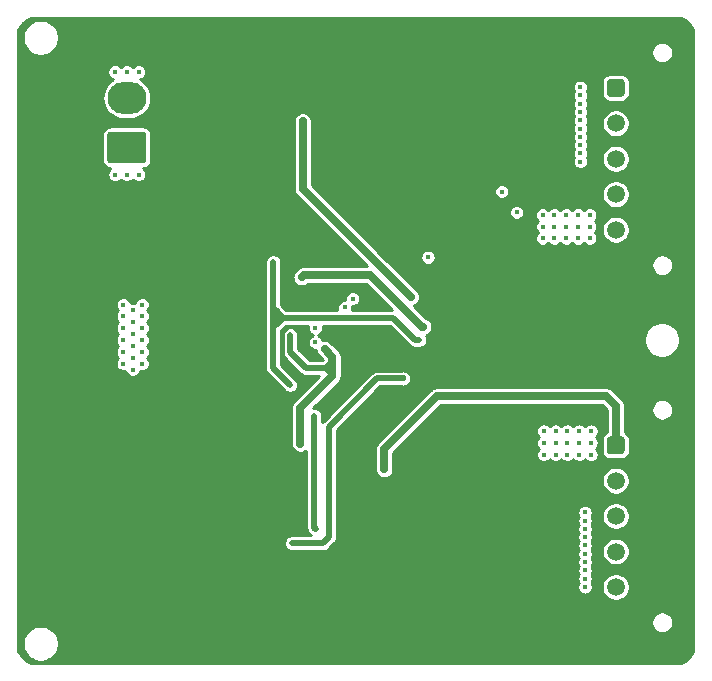
<source format=gbr>
%TF.GenerationSoftware,KiCad,Pcbnew,(5.1.8)-1*%
%TF.CreationDate,2021-10-03T21:30:46+08:00*%
%TF.ProjectId,-18v~18v Dual-Power,2d313876-7e31-4387-9620-4475616c2d50,rev?*%
%TF.SameCoordinates,Original*%
%TF.FileFunction,Copper,L2,Inr*%
%TF.FilePolarity,Positive*%
%FSLAX46Y46*%
G04 Gerber Fmt 4.6, Leading zero omitted, Abs format (unit mm)*
G04 Created by KiCad (PCBNEW (5.1.8)-1) date 2021-10-03 21:30:46*
%MOMM*%
%LPD*%
G01*
G04 APERTURE LIST*
%TA.AperFunction,ComponentPad*%
%ADD10O,3.300000X2.700000*%
%TD*%
%TA.AperFunction,ComponentPad*%
%ADD11C,1.500000*%
%TD*%
%TA.AperFunction,ViaPad*%
%ADD12C,0.500000*%
%TD*%
%TA.AperFunction,ViaPad*%
%ADD13C,0.450000*%
%TD*%
%TA.AperFunction,ViaPad*%
%ADD14C,0.550000*%
%TD*%
%TA.AperFunction,Conductor*%
%ADD15C,0.500000*%
%TD*%
%TA.AperFunction,Conductor*%
%ADD16C,0.700000*%
%TD*%
%TA.AperFunction,Conductor*%
%ADD17C,0.250000*%
%TD*%
%TA.AperFunction,Conductor*%
%ADD18C,0.100000*%
%TD*%
G04 APERTURE END LIST*
D10*
%TO.N,GND*%
%TO.C,J3*%
X116600000Y-66700000D03*
X116600000Y-70900000D03*
%TO.N,VIN*%
X122100000Y-66700000D03*
%TA.AperFunction,ComponentPad*%
G36*
G01*
X123499999Y-72250000D02*
X120700001Y-72250000D01*
G75*
G02*
X120450000Y-71999999I0J250001D01*
G01*
X120450000Y-69800001D01*
G75*
G02*
X120700001Y-69550000I250001J0D01*
G01*
X123499999Y-69550000D01*
G75*
G02*
X123750000Y-69800001I0J-250001D01*
G01*
X123750000Y-71999999D01*
G75*
G02*
X123499999Y-72250000I-250001J0D01*
G01*
G37*
%TD.AperFunction*%
%TD*%
D11*
%TO.N,GND*%
%TO.C,J2*%
X166500000Y-108110000D03*
X166500000Y-105110000D03*
X166500000Y-102110000D03*
X166500000Y-99110000D03*
X166500000Y-96110000D03*
%TO.N,Vout2(-12V)*%
X163500000Y-108110000D03*
X163500000Y-105110000D03*
X163500000Y-102110000D03*
X163500000Y-99110000D03*
%TA.AperFunction,ComponentPad*%
G36*
G01*
X163000000Y-95360000D02*
X164000000Y-95360000D01*
G75*
G02*
X164250000Y-95610000I0J-250000D01*
G01*
X164250000Y-96610000D01*
G75*
G02*
X164000000Y-96860000I-250000J0D01*
G01*
X163000000Y-96860000D01*
G75*
G02*
X162750000Y-96610000I0J250000D01*
G01*
X162750000Y-95610000D01*
G75*
G02*
X163000000Y-95360000I250000J0D01*
G01*
G37*
%TD.AperFunction*%
%TD*%
%TO.N,GND*%
%TO.C,J1*%
X166500000Y-77860000D03*
X166500000Y-74860000D03*
X166500000Y-71860000D03*
X166500000Y-68860000D03*
X166500000Y-65860000D03*
%TO.N,Vout1(12V)*%
X163500000Y-77860000D03*
X163500000Y-74860000D03*
X163500000Y-71860000D03*
X163500000Y-68860000D03*
%TA.AperFunction,ComponentPad*%
G36*
G01*
X163000000Y-65110000D02*
X164000000Y-65110000D01*
G75*
G02*
X164250000Y-65360000I0J-250000D01*
G01*
X164250000Y-66360000D01*
G75*
G02*
X164000000Y-66610000I-250000J0D01*
G01*
X163000000Y-66610000D01*
G75*
G02*
X162750000Y-66360000I0J250000D01*
G01*
X162750000Y-65360000D01*
G75*
G02*
X163000000Y-65110000I250000J0D01*
G01*
G37*
%TD.AperFunction*%
%TD*%
D12*
%TO.N,GND*%
X141600000Y-86160000D03*
X142400000Y-86160000D03*
X143200000Y-86160000D03*
X144000000Y-86160000D03*
X141600000Y-86960000D03*
X142400000Y-86960000D03*
X143200000Y-86960000D03*
X144000000Y-86960000D03*
X141600000Y-87760000D03*
X142400000Y-87760000D03*
X143200000Y-87760000D03*
X144000000Y-87760000D03*
X141600000Y-88560000D03*
X142400000Y-88560000D03*
X143200000Y-88560000D03*
X144000000Y-88560000D03*
D13*
X138030000Y-88600000D03*
D12*
X140600000Y-89930000D03*
D13*
X117400000Y-60700000D03*
X118400000Y-60700000D03*
X119400000Y-60700000D03*
X120400000Y-60700000D03*
X121400000Y-60700000D03*
X122400000Y-60700000D03*
X123400000Y-60700000D03*
X124400000Y-60700000D03*
X125400000Y-60700000D03*
X126400000Y-60700000D03*
X127400000Y-60700000D03*
X128400000Y-60700000D03*
X129400000Y-60700000D03*
X130400000Y-60700000D03*
X131400000Y-60700000D03*
X132400000Y-60700000D03*
X133400000Y-60700000D03*
X134400000Y-60700000D03*
X135400000Y-60700000D03*
X136400000Y-60700000D03*
X137400000Y-60700000D03*
X138400000Y-60700000D03*
X139400000Y-60700000D03*
X140400000Y-60700000D03*
X141400000Y-60700000D03*
X142400000Y-60700000D03*
X143400000Y-60700000D03*
X144400000Y-60700000D03*
X145400000Y-60700000D03*
X146400000Y-60700000D03*
X147400000Y-60700000D03*
X148400000Y-60700000D03*
X149400000Y-60700000D03*
X150400000Y-60700000D03*
X151400000Y-60700000D03*
X152400000Y-60700000D03*
X153400000Y-60700000D03*
X154400000Y-60700000D03*
X155400000Y-60700000D03*
X156400000Y-60700000D03*
X157400000Y-60700000D03*
X158400000Y-60700000D03*
X159400000Y-60700000D03*
X160400000Y-60700000D03*
X161400000Y-60700000D03*
X162400000Y-60700000D03*
X163400000Y-60700000D03*
X164400000Y-60700000D03*
X142400000Y-113800000D03*
X128400000Y-113800000D03*
X144400000Y-113800000D03*
X136400000Y-113800000D03*
X134400000Y-113800000D03*
X152400000Y-113800000D03*
X119400000Y-113800000D03*
X129400000Y-113800000D03*
X124400000Y-113800000D03*
X123400000Y-113800000D03*
X118400000Y-113800000D03*
X125400000Y-113800000D03*
X117400000Y-113800000D03*
X137400000Y-113800000D03*
X138400000Y-113800000D03*
X121400000Y-113800000D03*
X141400000Y-113800000D03*
X143400000Y-113800000D03*
X146400000Y-113800000D03*
X149400000Y-113800000D03*
X120400000Y-113800000D03*
X150400000Y-113800000D03*
X151400000Y-113800000D03*
X154400000Y-113800000D03*
X155400000Y-113800000D03*
X147400000Y-113800000D03*
X158400000Y-113800000D03*
X139400000Y-113800000D03*
X159400000Y-113800000D03*
X132400000Y-113800000D03*
X160400000Y-113800000D03*
X161400000Y-113800000D03*
X145400000Y-113800000D03*
X133400000Y-113800000D03*
X130400000Y-113800000D03*
X148400000Y-113800000D03*
X153400000Y-113800000D03*
X122400000Y-113800000D03*
X126400000Y-113800000D03*
X156400000Y-113800000D03*
X157400000Y-113800000D03*
X127400000Y-113800000D03*
X135400000Y-113800000D03*
X131400000Y-113800000D03*
X140400000Y-113800000D03*
X163400000Y-113800000D03*
X164400000Y-113800000D03*
X162400000Y-113800000D03*
X169400000Y-83900000D03*
X169400000Y-72900000D03*
X169400000Y-101900000D03*
X169400000Y-96900000D03*
X169400000Y-86900000D03*
X169400000Y-100900000D03*
X169400000Y-69900000D03*
X169400000Y-91900000D03*
X169400000Y-105900000D03*
X169400000Y-73900000D03*
X169400001Y-107900000D03*
X169400000Y-95900000D03*
X169400001Y-84900000D03*
X169400001Y-103900000D03*
X169400000Y-104900000D03*
X169400000Y-74900000D03*
X169400000Y-108900000D03*
X169400000Y-81900000D03*
X169400000Y-68900000D03*
X169400000Y-88900000D03*
X169400001Y-75900000D03*
X169400000Y-97900000D03*
X169400000Y-76900000D03*
X169400000Y-90900000D03*
X169400000Y-99900000D03*
X169400000Y-67900000D03*
X169400001Y-98900000D03*
X169400000Y-63900000D03*
X169400000Y-106900000D03*
X169400001Y-66900000D03*
X169400001Y-70900000D03*
X169400001Y-93900000D03*
X169400001Y-102900000D03*
X169400001Y-94900000D03*
X169400000Y-65900000D03*
X169400001Y-71900000D03*
X169400000Y-79900000D03*
X169400000Y-85900000D03*
X169400000Y-92900000D03*
X169400001Y-80900000D03*
X169400000Y-64900000D03*
X169400000Y-77900000D03*
X169400001Y-89900000D03*
X169400001Y-112900000D03*
X169400000Y-87900000D03*
X169400000Y-111900000D03*
X169400000Y-78900000D03*
X169400000Y-110900000D03*
X169400001Y-62900000D03*
X169400000Y-109900000D03*
X169400000Y-82900000D03*
X133200000Y-94900000D03*
X132466665Y-94900000D03*
X169400000Y-61800000D03*
X167400000Y-60700000D03*
X169400000Y-60700000D03*
X168400000Y-60700000D03*
X165400000Y-60700000D03*
X166400000Y-60700000D03*
X165400000Y-113800000D03*
X166400000Y-113800000D03*
X169400000Y-113800000D03*
X167400000Y-113800000D03*
X168400000Y-113800000D03*
%TO.N,VIN*%
X146849982Y-87199990D03*
X123400000Y-84200000D03*
X123400000Y-85200000D03*
X123400000Y-86200000D03*
X123400000Y-87200000D03*
X123400000Y-88200000D03*
X123400000Y-89200000D03*
X134500002Y-80600000D03*
X135910016Y-91010014D03*
X121800000Y-86200000D03*
X121800000Y-87200000D03*
X122600000Y-88700000D03*
X121800000Y-89200000D03*
X121800000Y-84200000D03*
X121800000Y-85200000D03*
X122600000Y-89700000D03*
X122600000Y-84700000D03*
X122600000Y-86700000D03*
X122600000Y-87700000D03*
X122600000Y-85700000D03*
X121800000Y-88200000D03*
X123100000Y-73199999D03*
X121100000Y-73200000D03*
X122100000Y-73200000D03*
X121100000Y-64500000D03*
X123100000Y-64499999D03*
X122100000Y-64500000D03*
%TO.N,INTVcc*%
X138890000Y-87990000D03*
X135960000Y-86800000D03*
X136790000Y-95990000D03*
%TO.N,Vout2(-12V)*%
X143890000Y-98140000D03*
X160900000Y-105300000D03*
X160900000Y-106700000D03*
X160900000Y-101800000D03*
X160900000Y-108100000D03*
X160900000Y-103200000D03*
X160900000Y-107400000D03*
X160900000Y-106000000D03*
X160900000Y-104600000D03*
X160900000Y-103900000D03*
X160900000Y-102500000D03*
X160400000Y-96900000D03*
X157400000Y-96900000D03*
X161400000Y-96900000D03*
X158400000Y-96900000D03*
X159400000Y-96900000D03*
X158400000Y-94900000D03*
X159400000Y-95900000D03*
X158400000Y-95900000D03*
X161400000Y-94900000D03*
X159400000Y-94900000D03*
X157400000Y-95900000D03*
X157400000Y-94900000D03*
X160400000Y-95900000D03*
X161400000Y-95900000D03*
X160400000Y-94900000D03*
%TO.N,Net-(C23-Pad1)*%
X147600000Y-80200000D03*
%TO.N,Vout1(12V)*%
X140550000Y-84450000D03*
X155100000Y-76400000D03*
X160500000Y-65800000D03*
X160500000Y-68600000D03*
X160500000Y-67900000D03*
X160500000Y-67200000D03*
X160500000Y-66500000D03*
X160500000Y-69300000D03*
X160500000Y-70000000D03*
X160500000Y-71400000D03*
X160500000Y-70700000D03*
X160500000Y-72100000D03*
X157300000Y-76600000D03*
X158300000Y-76600000D03*
X159300000Y-76600000D03*
X160300000Y-76600000D03*
X161300000Y-76600000D03*
X157300000Y-77600000D03*
X158300000Y-77600000D03*
X159300000Y-77600000D03*
X160300000Y-77600000D03*
X161300000Y-77600000D03*
X157300000Y-78600000D03*
X158300000Y-78600000D03*
X159300000Y-78600000D03*
X160300000Y-78600000D03*
X161300000Y-78600000D03*
%TO.N,Net-(C25-Pad1)*%
X141220000Y-83700000D03*
X153850000Y-74630000D03*
%TO.N,Net-(D1-Pad2)*%
X138070000Y-86200000D03*
%TO.N,Net-(D2-Pad2)*%
X138070000Y-87410000D03*
%TO.N,Net-(Q1-Pad4)*%
X136100000Y-104400000D03*
D14*
X145490000Y-90460000D03*
D13*
%TO.N,Net-(Q1-Pad1)*%
X138100000Y-103200004D03*
X137990011Y-93649989D03*
D14*
%TO.N,Net-(Q2-Pad4)*%
X136900000Y-81900000D03*
D13*
X147200000Y-86100000D03*
%TO.N,Net-(Q3-Pad4)*%
X137000000Y-68700000D03*
X137000000Y-74400000D03*
X146150001Y-83550005D03*
%TD*%
D15*
%TO.N,VIN*%
X134500000Y-80600000D02*
X134500000Y-80600000D01*
X134500000Y-84882843D02*
X134500000Y-84600000D01*
X134700000Y-84700000D02*
X135300000Y-85300000D01*
X135300000Y-85300000D02*
X144631794Y-85300000D01*
X144631794Y-85300000D02*
X146531784Y-87199990D01*
X146531784Y-87199990D02*
X146849982Y-87199990D01*
X134700000Y-85900000D02*
X135300000Y-85300000D01*
X134800000Y-85700000D02*
X134800000Y-84851472D01*
X134500000Y-86100000D02*
X135100000Y-85500000D01*
X134500002Y-84500002D02*
X134500002Y-80600000D01*
X135100000Y-85100000D02*
X134500002Y-84500002D01*
X134500000Y-84900000D02*
X134500000Y-89599998D01*
X134500000Y-89599998D02*
X135910016Y-91010014D01*
%TO.N,INTVcc*%
X139000000Y-89600000D02*
X139600000Y-90200000D01*
D16*
X138880000Y-87990000D02*
X139510000Y-88620000D01*
D15*
X135960000Y-86800000D02*
X135960000Y-88260000D01*
X135960000Y-88260000D02*
X137300000Y-89600000D01*
X139420000Y-89600000D02*
X139510000Y-89510000D01*
X137300000Y-89600000D02*
X139420000Y-89600000D01*
D16*
X139510000Y-88620000D02*
X139510000Y-89510000D01*
D15*
X139000000Y-89600000D02*
X139600000Y-89000000D01*
D16*
X136790000Y-95990000D02*
X136790000Y-95990000D01*
X139510000Y-89510000D02*
X139510000Y-90230000D01*
X139510000Y-90230000D02*
X136790000Y-92950000D01*
X136790000Y-92950000D02*
X136790000Y-95990000D01*
%TO.N,Vout2(-12V)*%
X163500000Y-92780000D02*
X163500000Y-96110000D01*
X148380000Y-91950000D02*
X162670000Y-91950000D01*
X143890000Y-96440000D02*
X148380000Y-91950000D01*
X162670000Y-91950000D02*
X163500000Y-92780000D01*
X143890000Y-98140000D02*
X143890000Y-96440000D01*
D15*
%TO.N,Net-(Q1-Pad4)*%
X143300000Y-90460000D02*
X145490000Y-90460000D01*
X139220000Y-103900000D02*
X139220000Y-94540000D01*
X138720000Y-104400000D02*
X139220000Y-103900000D01*
X139220000Y-94540000D02*
X143300000Y-90460000D01*
X136100000Y-104400000D02*
X138720000Y-104400000D01*
%TO.N,Net-(Q1-Pad1)*%
X137980000Y-93660000D02*
X137990011Y-93649989D01*
X137980000Y-103080004D02*
X137980000Y-93660000D01*
X138100000Y-103200004D02*
X137980000Y-103080004D01*
D16*
%TO.N,Net-(Q2-Pad4)*%
X147100000Y-86100000D02*
X147200000Y-86100000D01*
X142700000Y-81700000D02*
X147100000Y-86100000D01*
X137100000Y-81700000D02*
X142700000Y-81700000D01*
X136900000Y-81900000D02*
X137100000Y-81700000D01*
%TO.N,Net-(Q3-Pad4)*%
X137000000Y-68700000D02*
X137000000Y-74400000D01*
X137000000Y-74400000D02*
X146150001Y-83550001D01*
X146150001Y-83550001D02*
X146150001Y-83550005D01*
%TD*%
D17*
%TO.N,GND*%
X169333260Y-60094310D02*
X169642983Y-60346915D01*
X169897738Y-60654861D01*
X170075000Y-60982700D01*
X170075000Y-113514835D01*
X169905692Y-113833258D01*
X169653090Y-114142979D01*
X169345141Y-114397736D01*
X169017299Y-114575000D01*
X113985165Y-114575000D01*
X113666742Y-114405692D01*
X113357021Y-114153090D01*
X113102264Y-113845141D01*
X112925000Y-113517299D01*
X112925000Y-112749801D01*
X113275000Y-112749801D01*
X113275000Y-113050199D01*
X113333605Y-113344826D01*
X113448562Y-113622358D01*
X113615455Y-113872131D01*
X113827869Y-114084545D01*
X114077642Y-114251438D01*
X114355174Y-114366395D01*
X114649801Y-114425000D01*
X114950199Y-114425000D01*
X115244826Y-114366395D01*
X115522358Y-114251438D01*
X115772131Y-114084545D01*
X115984545Y-113872131D01*
X116151438Y-113622358D01*
X116266395Y-113344826D01*
X116325000Y-113050199D01*
X116325000Y-112749801D01*
X116266395Y-112455174D01*
X116151438Y-112177642D01*
X115984545Y-111927869D01*
X115772131Y-111715455D01*
X115522358Y-111548562D01*
X115244826Y-111433605D01*
X114950199Y-111375000D01*
X114649801Y-111375000D01*
X114355174Y-111433605D01*
X114077642Y-111548562D01*
X113827869Y-111715455D01*
X113615455Y-111927869D01*
X113448562Y-112177642D01*
X113333605Y-112455174D01*
X113275000Y-112749801D01*
X112925000Y-112749801D01*
X112925000Y-111018895D01*
X166515000Y-111018895D01*
X166515000Y-111201105D01*
X166550547Y-111379813D01*
X166620275Y-111548152D01*
X166721505Y-111699653D01*
X166850347Y-111828495D01*
X167001848Y-111929725D01*
X167170187Y-111999453D01*
X167348895Y-112035000D01*
X167531105Y-112035000D01*
X167709813Y-111999453D01*
X167878152Y-111929725D01*
X168029653Y-111828495D01*
X168158495Y-111699653D01*
X168259725Y-111548152D01*
X168329453Y-111379813D01*
X168365000Y-111201105D01*
X168365000Y-111018895D01*
X168329453Y-110840187D01*
X168259725Y-110671848D01*
X168158495Y-110520347D01*
X168029653Y-110391505D01*
X167878152Y-110290275D01*
X167709813Y-110220547D01*
X167531105Y-110185000D01*
X167348895Y-110185000D01*
X167170187Y-110220547D01*
X167001848Y-110290275D01*
X166850347Y-110391505D01*
X166721505Y-110520347D01*
X166620275Y-110671848D01*
X166550547Y-110840187D01*
X166515000Y-111018895D01*
X112925000Y-111018895D01*
X112925000Y-84135981D01*
X121150000Y-84135981D01*
X121150000Y-84264019D01*
X121174979Y-84389598D01*
X121223978Y-84507890D01*
X121295112Y-84614351D01*
X121380761Y-84700000D01*
X121295112Y-84785649D01*
X121223978Y-84892110D01*
X121174979Y-85010402D01*
X121150000Y-85135981D01*
X121150000Y-85264019D01*
X121174979Y-85389598D01*
X121223978Y-85507890D01*
X121295112Y-85614351D01*
X121380761Y-85700000D01*
X121295112Y-85785649D01*
X121223978Y-85892110D01*
X121174979Y-86010402D01*
X121150000Y-86135981D01*
X121150000Y-86264019D01*
X121174979Y-86389598D01*
X121223978Y-86507890D01*
X121295112Y-86614351D01*
X121380761Y-86700000D01*
X121295112Y-86785649D01*
X121223978Y-86892110D01*
X121174979Y-87010402D01*
X121150000Y-87135981D01*
X121150000Y-87264019D01*
X121174979Y-87389598D01*
X121223978Y-87507890D01*
X121295112Y-87614351D01*
X121380761Y-87700000D01*
X121295112Y-87785649D01*
X121223978Y-87892110D01*
X121174979Y-88010402D01*
X121150000Y-88135981D01*
X121150000Y-88264019D01*
X121174979Y-88389598D01*
X121223978Y-88507890D01*
X121295112Y-88614351D01*
X121380761Y-88700000D01*
X121295112Y-88785649D01*
X121223978Y-88892110D01*
X121174979Y-89010402D01*
X121150000Y-89135981D01*
X121150000Y-89264019D01*
X121174979Y-89389598D01*
X121223978Y-89507890D01*
X121295112Y-89614351D01*
X121385649Y-89704888D01*
X121492110Y-89776022D01*
X121610402Y-89825021D01*
X121735981Y-89850000D01*
X121864019Y-89850000D01*
X121963179Y-89830276D01*
X121974979Y-89889598D01*
X122023978Y-90007890D01*
X122095112Y-90114351D01*
X122185649Y-90204888D01*
X122292110Y-90276022D01*
X122410402Y-90325021D01*
X122535981Y-90350000D01*
X122664019Y-90350000D01*
X122789598Y-90325021D01*
X122907890Y-90276022D01*
X123014351Y-90204888D01*
X123104888Y-90114351D01*
X123176022Y-90007890D01*
X123225021Y-89889598D01*
X123236821Y-89830276D01*
X123335981Y-89850000D01*
X123464019Y-89850000D01*
X123589598Y-89825021D01*
X123707890Y-89776022D01*
X123814351Y-89704888D01*
X123904888Y-89614351D01*
X123976022Y-89507890D01*
X124025021Y-89389598D01*
X124050000Y-89264019D01*
X124050000Y-89135981D01*
X124025021Y-89010402D01*
X123976022Y-88892110D01*
X123904888Y-88785649D01*
X123819239Y-88700000D01*
X123904888Y-88614351D01*
X123976022Y-88507890D01*
X124025021Y-88389598D01*
X124050000Y-88264019D01*
X124050000Y-88135981D01*
X124025021Y-88010402D01*
X123976022Y-87892110D01*
X123904888Y-87785649D01*
X123819239Y-87700000D01*
X123904888Y-87614351D01*
X123976022Y-87507890D01*
X124025021Y-87389598D01*
X124050000Y-87264019D01*
X124050000Y-87135981D01*
X124025021Y-87010402D01*
X123976022Y-86892110D01*
X123904888Y-86785649D01*
X123819239Y-86700000D01*
X123904888Y-86614351D01*
X123976022Y-86507890D01*
X124025021Y-86389598D01*
X124050000Y-86264019D01*
X124050000Y-86135981D01*
X124025021Y-86010402D01*
X123976022Y-85892110D01*
X123904888Y-85785649D01*
X123819239Y-85700000D01*
X123904888Y-85614351D01*
X123976022Y-85507890D01*
X124025021Y-85389598D01*
X124050000Y-85264019D01*
X124050000Y-85135981D01*
X124025021Y-85010402D01*
X123976022Y-84892110D01*
X123904888Y-84785649D01*
X123819239Y-84700000D01*
X123904888Y-84614351D01*
X123976022Y-84507890D01*
X124025021Y-84389598D01*
X124050000Y-84264019D01*
X124050000Y-84135981D01*
X124025021Y-84010402D01*
X123976022Y-83892110D01*
X123904888Y-83785649D01*
X123814351Y-83695112D01*
X123707890Y-83623978D01*
X123589598Y-83574979D01*
X123464019Y-83550000D01*
X123335981Y-83550000D01*
X123210402Y-83574979D01*
X123092110Y-83623978D01*
X122985649Y-83695112D01*
X122895112Y-83785649D01*
X122823978Y-83892110D01*
X122774979Y-84010402D01*
X122763179Y-84069724D01*
X122664019Y-84050000D01*
X122535981Y-84050000D01*
X122436821Y-84069724D01*
X122425021Y-84010402D01*
X122376022Y-83892110D01*
X122304888Y-83785649D01*
X122214351Y-83695112D01*
X122107890Y-83623978D01*
X121989598Y-83574979D01*
X121864019Y-83550000D01*
X121735981Y-83550000D01*
X121610402Y-83574979D01*
X121492110Y-83623978D01*
X121385649Y-83695112D01*
X121295112Y-83785649D01*
X121223978Y-83892110D01*
X121174979Y-84010402D01*
X121150000Y-84135981D01*
X112925000Y-84135981D01*
X112925000Y-80600000D01*
X133821734Y-80600000D01*
X133825003Y-80633190D01*
X133825002Y-84466850D01*
X133821737Y-84500002D01*
X133825002Y-84533154D01*
X133825002Y-84533160D01*
X133826660Y-84549990D01*
X133825000Y-84566841D01*
X133825000Y-86066846D01*
X133821735Y-86100000D01*
X133825000Y-86133155D01*
X133825001Y-89566836D01*
X133821735Y-89599998D01*
X133834767Y-89732321D01*
X133873365Y-89859559D01*
X133936043Y-89976822D01*
X133999256Y-90053848D01*
X133999264Y-90053856D01*
X134020395Y-90079604D01*
X134046143Y-90100735D01*
X135456166Y-91510758D01*
X135533191Y-91573971D01*
X135650454Y-91636650D01*
X135777692Y-91675247D01*
X135910016Y-91688279D01*
X136042339Y-91675247D01*
X136169577Y-91636650D01*
X136286840Y-91573971D01*
X136389622Y-91489620D01*
X136473973Y-91386838D01*
X136536652Y-91269575D01*
X136575249Y-91142337D01*
X136588281Y-91010014D01*
X136575249Y-90877690D01*
X136536652Y-90750452D01*
X136473973Y-90633189D01*
X136410760Y-90556164D01*
X135175000Y-89320404D01*
X135175000Y-86379594D01*
X135579594Y-85975000D01*
X137459643Y-85975000D01*
X137444979Y-86010402D01*
X137420000Y-86135981D01*
X137420000Y-86264019D01*
X137444979Y-86389598D01*
X137493978Y-86507890D01*
X137565112Y-86614351D01*
X137655649Y-86704888D01*
X137762110Y-86776022D01*
X137832068Y-86805000D01*
X137762110Y-86833978D01*
X137655649Y-86905112D01*
X137565112Y-86995649D01*
X137493978Y-87102110D01*
X137444979Y-87220402D01*
X137420000Y-87345981D01*
X137420000Y-87474019D01*
X137444979Y-87599598D01*
X137493978Y-87717890D01*
X137565112Y-87824351D01*
X137655649Y-87914888D01*
X137762110Y-87986022D01*
X137880402Y-88035021D01*
X138005981Y-88060000D01*
X138108146Y-88060000D01*
X138116215Y-88141926D01*
X138160531Y-88288014D01*
X138232494Y-88422650D01*
X138305077Y-88511091D01*
X138718985Y-88925000D01*
X137579594Y-88925000D01*
X136635000Y-87980406D01*
X136635000Y-86766841D01*
X136625233Y-86667677D01*
X136586636Y-86540439D01*
X136523958Y-86423176D01*
X136439605Y-86320394D01*
X136336823Y-86236042D01*
X136219560Y-86173364D01*
X136092322Y-86134767D01*
X135960000Y-86121734D01*
X135827677Y-86134767D01*
X135700439Y-86173364D01*
X135583176Y-86236042D01*
X135480394Y-86320395D01*
X135396042Y-86423177D01*
X135333364Y-86540440D01*
X135294767Y-86667678D01*
X135285000Y-86766842D01*
X135285001Y-88226838D01*
X135281735Y-88260000D01*
X135294767Y-88392323D01*
X135333365Y-88519561D01*
X135396043Y-88636824D01*
X135459256Y-88713850D01*
X135459264Y-88713858D01*
X135480395Y-88739606D01*
X135506143Y-88760737D01*
X136799256Y-90053850D01*
X136820394Y-90079606D01*
X136923176Y-90163958D01*
X137040439Y-90226636D01*
X137129079Y-90253524D01*
X137167676Y-90265233D01*
X137181499Y-90266594D01*
X137266841Y-90275000D01*
X137266847Y-90275000D01*
X137299999Y-90278265D01*
X137333151Y-90275000D01*
X138368985Y-90275000D01*
X136268918Y-92375068D01*
X136239341Y-92399341D01*
X136171518Y-92481985D01*
X136142494Y-92517350D01*
X136104029Y-92589314D01*
X136070530Y-92651987D01*
X136026214Y-92798075D01*
X136015000Y-92911935D01*
X136011251Y-92950000D01*
X136015000Y-92988063D01*
X136015001Y-95951925D01*
X136011251Y-95990000D01*
X136026214Y-96141926D01*
X136070530Y-96288014D01*
X136142494Y-96422650D01*
X136239341Y-96540659D01*
X136357350Y-96637506D01*
X136491986Y-96709470D01*
X136638074Y-96753786D01*
X136751935Y-96765000D01*
X136790000Y-96768749D01*
X136828065Y-96765000D01*
X136941926Y-96753786D01*
X137088014Y-96709470D01*
X137222650Y-96637506D01*
X137305001Y-96569923D01*
X137305000Y-103046852D01*
X137301735Y-103080004D01*
X137305000Y-103113156D01*
X137305000Y-103113162D01*
X137314767Y-103212326D01*
X137353364Y-103339564D01*
X137416042Y-103456827D01*
X137416043Y-103456828D01*
X137479256Y-103533854D01*
X137479263Y-103533861D01*
X137500394Y-103559609D01*
X137526145Y-103580743D01*
X137646151Y-103700748D01*
X137675702Y-103725000D01*
X136066841Y-103725000D01*
X135967677Y-103734767D01*
X135840439Y-103773364D01*
X135723176Y-103836042D01*
X135620394Y-103920394D01*
X135536042Y-104023176D01*
X135473364Y-104140439D01*
X135434767Y-104267677D01*
X135421734Y-104400000D01*
X135434767Y-104532323D01*
X135473364Y-104659561D01*
X135536042Y-104776824D01*
X135620394Y-104879606D01*
X135723176Y-104963958D01*
X135840439Y-105026636D01*
X135967677Y-105065233D01*
X136066841Y-105075000D01*
X138686848Y-105075000D01*
X138720000Y-105078265D01*
X138753152Y-105075000D01*
X138753159Y-105075000D01*
X138852323Y-105065233D01*
X138979561Y-105026636D01*
X139096824Y-104963958D01*
X139199606Y-104879606D01*
X139220742Y-104853852D01*
X139673857Y-104400737D01*
X139699605Y-104379606D01*
X139720738Y-104353856D01*
X139720744Y-104353850D01*
X139783957Y-104276825D01*
X139783959Y-104276823D01*
X139832692Y-104185649D01*
X139846636Y-104159562D01*
X139885233Y-104032324D01*
X139893720Y-103946150D01*
X139895000Y-103933159D01*
X139895000Y-103933152D01*
X139898265Y-103900000D01*
X139895000Y-103866848D01*
X139895000Y-101735981D01*
X160250000Y-101735981D01*
X160250000Y-101864019D01*
X160274979Y-101989598D01*
X160323978Y-102107890D01*
X160352115Y-102150000D01*
X160323978Y-102192110D01*
X160274979Y-102310402D01*
X160250000Y-102435981D01*
X160250000Y-102564019D01*
X160274979Y-102689598D01*
X160323978Y-102807890D01*
X160352115Y-102850000D01*
X160323978Y-102892110D01*
X160274979Y-103010402D01*
X160250000Y-103135981D01*
X160250000Y-103264019D01*
X160274979Y-103389598D01*
X160323978Y-103507890D01*
X160352115Y-103550000D01*
X160323978Y-103592110D01*
X160274979Y-103710402D01*
X160250000Y-103835981D01*
X160250000Y-103964019D01*
X160274979Y-104089598D01*
X160323978Y-104207890D01*
X160352115Y-104250000D01*
X160323978Y-104292110D01*
X160274979Y-104410402D01*
X160250000Y-104535981D01*
X160250000Y-104664019D01*
X160274979Y-104789598D01*
X160323978Y-104907890D01*
X160352115Y-104950000D01*
X160323978Y-104992110D01*
X160274979Y-105110402D01*
X160250000Y-105235981D01*
X160250000Y-105364019D01*
X160274979Y-105489598D01*
X160323978Y-105607890D01*
X160352115Y-105650000D01*
X160323978Y-105692110D01*
X160274979Y-105810402D01*
X160250000Y-105935981D01*
X160250000Y-106064019D01*
X160274979Y-106189598D01*
X160323978Y-106307890D01*
X160352115Y-106350000D01*
X160323978Y-106392110D01*
X160274979Y-106510402D01*
X160250000Y-106635981D01*
X160250000Y-106764019D01*
X160274979Y-106889598D01*
X160323978Y-107007890D01*
X160352115Y-107050000D01*
X160323978Y-107092110D01*
X160274979Y-107210402D01*
X160250000Y-107335981D01*
X160250000Y-107464019D01*
X160274979Y-107589598D01*
X160323978Y-107707890D01*
X160352115Y-107750000D01*
X160323978Y-107792110D01*
X160274979Y-107910402D01*
X160250000Y-108035981D01*
X160250000Y-108164019D01*
X160274979Y-108289598D01*
X160323978Y-108407890D01*
X160395112Y-108514351D01*
X160485649Y-108604888D01*
X160592110Y-108676022D01*
X160710402Y-108725021D01*
X160835981Y-108750000D01*
X160964019Y-108750000D01*
X161089598Y-108725021D01*
X161207890Y-108676022D01*
X161314351Y-108604888D01*
X161404888Y-108514351D01*
X161476022Y-108407890D01*
X161525021Y-108289598D01*
X161550000Y-108164019D01*
X161550000Y-108035981D01*
X161541704Y-107994273D01*
X162325000Y-107994273D01*
X162325000Y-108225727D01*
X162370155Y-108452735D01*
X162458729Y-108666571D01*
X162587318Y-108859019D01*
X162750981Y-109022682D01*
X162943429Y-109151271D01*
X163157265Y-109239845D01*
X163384273Y-109285000D01*
X163615727Y-109285000D01*
X163842735Y-109239845D01*
X164056571Y-109151271D01*
X164249019Y-109022682D01*
X164412682Y-108859019D01*
X164541271Y-108666571D01*
X164629845Y-108452735D01*
X164675000Y-108225727D01*
X164675000Y-107994273D01*
X164629845Y-107767265D01*
X164541271Y-107553429D01*
X164412682Y-107360981D01*
X164249019Y-107197318D01*
X164056571Y-107068729D01*
X163842735Y-106980155D01*
X163615727Y-106935000D01*
X163384273Y-106935000D01*
X163157265Y-106980155D01*
X162943429Y-107068729D01*
X162750981Y-107197318D01*
X162587318Y-107360981D01*
X162458729Y-107553429D01*
X162370155Y-107767265D01*
X162325000Y-107994273D01*
X161541704Y-107994273D01*
X161525021Y-107910402D01*
X161476022Y-107792110D01*
X161447885Y-107750000D01*
X161476022Y-107707890D01*
X161525021Y-107589598D01*
X161550000Y-107464019D01*
X161550000Y-107335981D01*
X161525021Y-107210402D01*
X161476022Y-107092110D01*
X161447885Y-107050000D01*
X161476022Y-107007890D01*
X161525021Y-106889598D01*
X161550000Y-106764019D01*
X161550000Y-106635981D01*
X161525021Y-106510402D01*
X161476022Y-106392110D01*
X161447885Y-106350000D01*
X161476022Y-106307890D01*
X161525021Y-106189598D01*
X161550000Y-106064019D01*
X161550000Y-105935981D01*
X161525021Y-105810402D01*
X161476022Y-105692110D01*
X161447885Y-105650000D01*
X161476022Y-105607890D01*
X161525021Y-105489598D01*
X161550000Y-105364019D01*
X161550000Y-105235981D01*
X161525021Y-105110402D01*
X161476918Y-104994273D01*
X162325000Y-104994273D01*
X162325000Y-105225727D01*
X162370155Y-105452735D01*
X162458729Y-105666571D01*
X162587318Y-105859019D01*
X162750981Y-106022682D01*
X162943429Y-106151271D01*
X163157265Y-106239845D01*
X163384273Y-106285000D01*
X163615727Y-106285000D01*
X163842735Y-106239845D01*
X164056571Y-106151271D01*
X164249019Y-106022682D01*
X164412682Y-105859019D01*
X164541271Y-105666571D01*
X164629845Y-105452735D01*
X164675000Y-105225727D01*
X164675000Y-104994273D01*
X164629845Y-104767265D01*
X164541271Y-104553429D01*
X164412682Y-104360981D01*
X164249019Y-104197318D01*
X164056571Y-104068729D01*
X163842735Y-103980155D01*
X163615727Y-103935000D01*
X163384273Y-103935000D01*
X163157265Y-103980155D01*
X162943429Y-104068729D01*
X162750981Y-104197318D01*
X162587318Y-104360981D01*
X162458729Y-104553429D01*
X162370155Y-104767265D01*
X162325000Y-104994273D01*
X161476918Y-104994273D01*
X161476022Y-104992110D01*
X161447885Y-104950000D01*
X161476022Y-104907890D01*
X161525021Y-104789598D01*
X161550000Y-104664019D01*
X161550000Y-104535981D01*
X161525021Y-104410402D01*
X161476022Y-104292110D01*
X161447885Y-104250000D01*
X161476022Y-104207890D01*
X161525021Y-104089598D01*
X161550000Y-103964019D01*
X161550000Y-103835981D01*
X161525021Y-103710402D01*
X161476022Y-103592110D01*
X161447885Y-103550000D01*
X161476022Y-103507890D01*
X161525021Y-103389598D01*
X161550000Y-103264019D01*
X161550000Y-103135981D01*
X161525021Y-103010402D01*
X161476022Y-102892110D01*
X161447885Y-102850000D01*
X161476022Y-102807890D01*
X161525021Y-102689598D01*
X161550000Y-102564019D01*
X161550000Y-102435981D01*
X161525021Y-102310402D01*
X161476022Y-102192110D01*
X161447885Y-102150000D01*
X161476022Y-102107890D01*
X161523084Y-101994273D01*
X162325000Y-101994273D01*
X162325000Y-102225727D01*
X162370155Y-102452735D01*
X162458729Y-102666571D01*
X162587318Y-102859019D01*
X162750981Y-103022682D01*
X162943429Y-103151271D01*
X163157265Y-103239845D01*
X163384273Y-103285000D01*
X163615727Y-103285000D01*
X163842735Y-103239845D01*
X164056571Y-103151271D01*
X164249019Y-103022682D01*
X164412682Y-102859019D01*
X164541271Y-102666571D01*
X164629845Y-102452735D01*
X164675000Y-102225727D01*
X164675000Y-101994273D01*
X164629845Y-101767265D01*
X164541271Y-101553429D01*
X164412682Y-101360981D01*
X164249019Y-101197318D01*
X164056571Y-101068729D01*
X163842735Y-100980155D01*
X163615727Y-100935000D01*
X163384273Y-100935000D01*
X163157265Y-100980155D01*
X162943429Y-101068729D01*
X162750981Y-101197318D01*
X162587318Y-101360981D01*
X162458729Y-101553429D01*
X162370155Y-101767265D01*
X162325000Y-101994273D01*
X161523084Y-101994273D01*
X161525021Y-101989598D01*
X161550000Y-101864019D01*
X161550000Y-101735981D01*
X161525021Y-101610402D01*
X161476022Y-101492110D01*
X161404888Y-101385649D01*
X161314351Y-101295112D01*
X161207890Y-101223978D01*
X161089598Y-101174979D01*
X160964019Y-101150000D01*
X160835981Y-101150000D01*
X160710402Y-101174979D01*
X160592110Y-101223978D01*
X160485649Y-101295112D01*
X160395112Y-101385649D01*
X160323978Y-101492110D01*
X160274979Y-101610402D01*
X160250000Y-101735981D01*
X139895000Y-101735981D01*
X139895000Y-98994273D01*
X162325000Y-98994273D01*
X162325000Y-99225727D01*
X162370155Y-99452735D01*
X162458729Y-99666571D01*
X162587318Y-99859019D01*
X162750981Y-100022682D01*
X162943429Y-100151271D01*
X163157265Y-100239845D01*
X163384273Y-100285000D01*
X163615727Y-100285000D01*
X163842735Y-100239845D01*
X164056571Y-100151271D01*
X164249019Y-100022682D01*
X164412682Y-99859019D01*
X164541271Y-99666571D01*
X164629845Y-99452735D01*
X164675000Y-99225727D01*
X164675000Y-98994273D01*
X164629845Y-98767265D01*
X164541271Y-98553429D01*
X164412682Y-98360981D01*
X164249019Y-98197318D01*
X164056571Y-98068729D01*
X163842735Y-97980155D01*
X163615727Y-97935000D01*
X163384273Y-97935000D01*
X163157265Y-97980155D01*
X162943429Y-98068729D01*
X162750981Y-98197318D01*
X162587318Y-98360981D01*
X162458729Y-98553429D01*
X162370155Y-98767265D01*
X162325000Y-98994273D01*
X139895000Y-98994273D01*
X139895000Y-96440000D01*
X143111251Y-96440000D01*
X143115001Y-96478072D01*
X143115000Y-98178064D01*
X143126214Y-98291925D01*
X143170530Y-98438013D01*
X143242494Y-98572649D01*
X143339341Y-98690659D01*
X143457350Y-98787506D01*
X143591986Y-98859470D01*
X143738074Y-98903786D01*
X143890000Y-98918749D01*
X144041925Y-98903786D01*
X144188013Y-98859470D01*
X144322649Y-98787506D01*
X144440659Y-98690659D01*
X144537506Y-98572650D01*
X144609470Y-98438014D01*
X144653786Y-98291926D01*
X144665000Y-98178065D01*
X144665000Y-96761014D01*
X146590033Y-94835981D01*
X156750000Y-94835981D01*
X156750000Y-94964019D01*
X156774979Y-95089598D01*
X156823978Y-95207890D01*
X156895112Y-95314351D01*
X156980761Y-95400000D01*
X156895112Y-95485649D01*
X156823978Y-95592110D01*
X156774979Y-95710402D01*
X156750000Y-95835981D01*
X156750000Y-95964019D01*
X156774979Y-96089598D01*
X156823978Y-96207890D01*
X156895112Y-96314351D01*
X156980761Y-96400000D01*
X156895112Y-96485649D01*
X156823978Y-96592110D01*
X156774979Y-96710402D01*
X156750000Y-96835981D01*
X156750000Y-96964019D01*
X156774979Y-97089598D01*
X156823978Y-97207890D01*
X156895112Y-97314351D01*
X156985649Y-97404888D01*
X157092110Y-97476022D01*
X157210402Y-97525021D01*
X157335981Y-97550000D01*
X157464019Y-97550000D01*
X157589598Y-97525021D01*
X157707890Y-97476022D01*
X157814351Y-97404888D01*
X157900000Y-97319239D01*
X157985649Y-97404888D01*
X158092110Y-97476022D01*
X158210402Y-97525021D01*
X158335981Y-97550000D01*
X158464019Y-97550000D01*
X158589598Y-97525021D01*
X158707890Y-97476022D01*
X158814351Y-97404888D01*
X158900000Y-97319239D01*
X158985649Y-97404888D01*
X159092110Y-97476022D01*
X159210402Y-97525021D01*
X159335981Y-97550000D01*
X159464019Y-97550000D01*
X159589598Y-97525021D01*
X159707890Y-97476022D01*
X159814351Y-97404888D01*
X159900000Y-97319239D01*
X159985649Y-97404888D01*
X160092110Y-97476022D01*
X160210402Y-97525021D01*
X160335981Y-97550000D01*
X160464019Y-97550000D01*
X160589598Y-97525021D01*
X160707890Y-97476022D01*
X160814351Y-97404888D01*
X160900000Y-97319239D01*
X160985649Y-97404888D01*
X161092110Y-97476022D01*
X161210402Y-97525021D01*
X161335981Y-97550000D01*
X161464019Y-97550000D01*
X161589598Y-97525021D01*
X161707890Y-97476022D01*
X161814351Y-97404888D01*
X161904888Y-97314351D01*
X161976022Y-97207890D01*
X162025021Y-97089598D01*
X162050000Y-96964019D01*
X162050000Y-96835981D01*
X162025021Y-96710402D01*
X161976022Y-96592110D01*
X161904888Y-96485649D01*
X161819239Y-96400000D01*
X161904888Y-96314351D01*
X161976022Y-96207890D01*
X162025021Y-96089598D01*
X162050000Y-95964019D01*
X162050000Y-95835981D01*
X162025021Y-95710402D01*
X161976022Y-95592110D01*
X161904888Y-95485649D01*
X161819239Y-95400000D01*
X161904888Y-95314351D01*
X161976022Y-95207890D01*
X162025021Y-95089598D01*
X162050000Y-94964019D01*
X162050000Y-94835981D01*
X162025021Y-94710402D01*
X161976022Y-94592110D01*
X161904888Y-94485649D01*
X161814351Y-94395112D01*
X161707890Y-94323978D01*
X161589598Y-94274979D01*
X161464019Y-94250000D01*
X161335981Y-94250000D01*
X161210402Y-94274979D01*
X161092110Y-94323978D01*
X160985649Y-94395112D01*
X160900000Y-94480761D01*
X160814351Y-94395112D01*
X160707890Y-94323978D01*
X160589598Y-94274979D01*
X160464019Y-94250000D01*
X160335981Y-94250000D01*
X160210402Y-94274979D01*
X160092110Y-94323978D01*
X159985649Y-94395112D01*
X159900000Y-94480761D01*
X159814351Y-94395112D01*
X159707890Y-94323978D01*
X159589598Y-94274979D01*
X159464019Y-94250000D01*
X159335981Y-94250000D01*
X159210402Y-94274979D01*
X159092110Y-94323978D01*
X158985649Y-94395112D01*
X158900000Y-94480761D01*
X158814351Y-94395112D01*
X158707890Y-94323978D01*
X158589598Y-94274979D01*
X158464019Y-94250000D01*
X158335981Y-94250000D01*
X158210402Y-94274979D01*
X158092110Y-94323978D01*
X157985649Y-94395112D01*
X157900000Y-94480761D01*
X157814351Y-94395112D01*
X157707890Y-94323978D01*
X157589598Y-94274979D01*
X157464019Y-94250000D01*
X157335981Y-94250000D01*
X157210402Y-94274979D01*
X157092110Y-94323978D01*
X156985649Y-94395112D01*
X156895112Y-94485649D01*
X156823978Y-94592110D01*
X156774979Y-94710402D01*
X156750000Y-94835981D01*
X146590033Y-94835981D01*
X148701015Y-92725000D01*
X162348986Y-92725000D01*
X162725000Y-93101015D01*
X162725001Y-94992981D01*
X162623848Y-95047049D01*
X162521249Y-95131249D01*
X162437049Y-95233848D01*
X162374482Y-95350902D01*
X162335953Y-95477913D01*
X162322944Y-95610000D01*
X162322944Y-96610000D01*
X162335953Y-96742087D01*
X162374482Y-96869098D01*
X162437049Y-96986152D01*
X162521249Y-97088751D01*
X162623848Y-97172951D01*
X162740902Y-97235518D01*
X162867913Y-97274047D01*
X163000000Y-97287056D01*
X164000000Y-97287056D01*
X164132087Y-97274047D01*
X164259098Y-97235518D01*
X164376152Y-97172951D01*
X164478751Y-97088751D01*
X164562951Y-96986152D01*
X164625518Y-96869098D01*
X164664047Y-96742087D01*
X164677056Y-96610000D01*
X164677056Y-95610000D01*
X164664047Y-95477913D01*
X164625518Y-95350902D01*
X164562951Y-95233848D01*
X164478751Y-95131249D01*
X164376152Y-95047049D01*
X164275000Y-94992982D01*
X164275000Y-93018895D01*
X166515000Y-93018895D01*
X166515000Y-93201105D01*
X166550547Y-93379813D01*
X166620275Y-93548152D01*
X166721505Y-93699653D01*
X166850347Y-93828495D01*
X167001848Y-93929725D01*
X167170187Y-93999453D01*
X167348895Y-94035000D01*
X167531105Y-94035000D01*
X167709813Y-93999453D01*
X167878152Y-93929725D01*
X168029653Y-93828495D01*
X168158495Y-93699653D01*
X168259725Y-93548152D01*
X168329453Y-93379813D01*
X168365000Y-93201105D01*
X168365000Y-93018895D01*
X168329453Y-92840187D01*
X168259725Y-92671848D01*
X168158495Y-92520347D01*
X168029653Y-92391505D01*
X167878152Y-92290275D01*
X167709813Y-92220547D01*
X167531105Y-92185000D01*
X167348895Y-92185000D01*
X167170187Y-92220547D01*
X167001848Y-92290275D01*
X166850347Y-92391505D01*
X166721505Y-92520347D01*
X166620275Y-92671848D01*
X166550547Y-92840187D01*
X166515000Y-93018895D01*
X164275000Y-93018895D01*
X164275000Y-92818062D01*
X164278749Y-92779999D01*
X164273332Y-92725000D01*
X164263786Y-92628074D01*
X164219470Y-92481986D01*
X164147506Y-92347350D01*
X164050659Y-92229341D01*
X164021088Y-92205073D01*
X163244932Y-91428918D01*
X163220659Y-91399341D01*
X163102650Y-91302494D01*
X162968014Y-91230530D01*
X162821926Y-91186214D01*
X162708065Y-91175000D01*
X162708063Y-91175000D01*
X162670000Y-91171251D01*
X162631937Y-91175000D01*
X148418063Y-91175000D01*
X148380000Y-91171251D01*
X148341937Y-91175000D01*
X148341935Y-91175000D01*
X148228074Y-91186214D01*
X148081986Y-91230530D01*
X148019313Y-91264029D01*
X147947349Y-91302494D01*
X147904888Y-91337342D01*
X147829341Y-91399341D01*
X147805072Y-91428913D01*
X143368914Y-95865072D01*
X143339342Y-95889341D01*
X143284956Y-95955611D01*
X143242494Y-96007350D01*
X143170531Y-96141986D01*
X143126215Y-96288074D01*
X143111251Y-96440000D01*
X139895000Y-96440000D01*
X139895000Y-94819594D01*
X143579594Y-91135000D01*
X145295375Y-91135000D01*
X145421056Y-91160000D01*
X145558944Y-91160000D01*
X145694182Y-91133099D01*
X145821574Y-91080332D01*
X145936224Y-91003726D01*
X146033726Y-90906224D01*
X146110332Y-90791574D01*
X146163099Y-90664182D01*
X146190000Y-90528944D01*
X146190000Y-90391056D01*
X146163099Y-90255818D01*
X146110332Y-90128426D01*
X146033726Y-90013776D01*
X145936224Y-89916274D01*
X145821574Y-89839668D01*
X145694182Y-89786901D01*
X145558944Y-89760000D01*
X145421056Y-89760000D01*
X145295375Y-89785000D01*
X143333151Y-89785000D01*
X143299999Y-89781735D01*
X143266847Y-89785000D01*
X143266841Y-89785000D01*
X143181499Y-89793406D01*
X143167676Y-89794767D01*
X143129079Y-89806476D01*
X143040439Y-89833364D01*
X142923176Y-89896042D01*
X142820394Y-89980394D01*
X142799258Y-90006148D01*
X138766143Y-94039263D01*
X138740395Y-94060394D01*
X138719264Y-94086142D01*
X138719256Y-94086150D01*
X138656043Y-94163176D01*
X138655000Y-94165127D01*
X138655000Y-93783116D01*
X138655244Y-93782312D01*
X138668276Y-93649989D01*
X138655244Y-93517666D01*
X138616647Y-93390428D01*
X138553968Y-93273165D01*
X138469617Y-93170383D01*
X138366835Y-93086032D01*
X138249572Y-93023353D01*
X138122334Y-92984756D01*
X137990011Y-92971724D01*
X137857688Y-92984756D01*
X137848458Y-92987556D01*
X140031087Y-90804928D01*
X140060659Y-90780659D01*
X140143591Y-90679606D01*
X140157506Y-90662651D01*
X140203381Y-90576824D01*
X140229470Y-90528014D01*
X140273786Y-90381926D01*
X140285000Y-90268065D01*
X140285000Y-90268063D01*
X140288749Y-90230000D01*
X140285000Y-90191937D01*
X140285000Y-88658063D01*
X140288749Y-88620000D01*
X140284315Y-88574979D01*
X140273786Y-88468074D01*
X140230391Y-88325021D01*
X140229470Y-88321985D01*
X140157506Y-88187349D01*
X140084924Y-88098908D01*
X140084923Y-88098907D01*
X140060659Y-88069341D01*
X140031093Y-88045077D01*
X139401091Y-87415077D01*
X139312650Y-87342494D01*
X139178014Y-87270531D01*
X139031926Y-87226215D01*
X138880000Y-87211251D01*
X138728074Y-87226215D01*
X138697992Y-87235340D01*
X138695021Y-87220402D01*
X138646022Y-87102110D01*
X138574888Y-86995649D01*
X138484351Y-86905112D01*
X138377890Y-86833978D01*
X138307932Y-86805000D01*
X138377890Y-86776022D01*
X138484351Y-86704888D01*
X138574888Y-86614351D01*
X138646022Y-86507890D01*
X138695021Y-86389598D01*
X138720000Y-86264019D01*
X138720000Y-86135981D01*
X138695021Y-86010402D01*
X138680357Y-85975000D01*
X144352200Y-85975000D01*
X146031042Y-87653842D01*
X146052178Y-87679596D01*
X146077932Y-87700732D01*
X146077934Y-87700734D01*
X146082996Y-87704888D01*
X146154960Y-87763948D01*
X146223161Y-87800402D01*
X146272223Y-87826626D01*
X146399460Y-87865223D01*
X146411976Y-87866456D01*
X146498625Y-87874990D01*
X146498632Y-87874990D01*
X146531784Y-87878255D01*
X146564936Y-87874990D01*
X146883141Y-87874990D01*
X146982305Y-87865223D01*
X147109543Y-87826626D01*
X147226806Y-87763948D01*
X147329588Y-87679596D01*
X147413940Y-87576814D01*
X147476618Y-87459551D01*
X147515215Y-87332313D01*
X147528248Y-87199990D01*
X147515215Y-87067667D01*
X147509796Y-87049801D01*
X165875000Y-87049801D01*
X165875000Y-87350199D01*
X165933605Y-87644826D01*
X166048562Y-87922358D01*
X166215455Y-88172131D01*
X166427869Y-88384545D01*
X166677642Y-88551438D01*
X166955174Y-88666395D01*
X167249801Y-88725000D01*
X167550199Y-88725000D01*
X167844826Y-88666395D01*
X168122358Y-88551438D01*
X168372131Y-88384545D01*
X168584545Y-88172131D01*
X168751438Y-87922358D01*
X168866395Y-87644826D01*
X168925000Y-87350199D01*
X168925000Y-87049801D01*
X168866395Y-86755174D01*
X168751438Y-86477642D01*
X168584545Y-86227869D01*
X168372131Y-86015455D01*
X168122358Y-85848562D01*
X167844826Y-85733605D01*
X167550199Y-85675000D01*
X167249801Y-85675000D01*
X166955174Y-85733605D01*
X166677642Y-85848562D01*
X166427869Y-86015455D01*
X166215455Y-86227869D01*
X166048562Y-86477642D01*
X165933605Y-86755174D01*
X165875000Y-87049801D01*
X147509796Y-87049801D01*
X147476618Y-86940429D01*
X147423970Y-86841931D01*
X147498014Y-86819470D01*
X147632650Y-86747506D01*
X147750659Y-86650659D01*
X147847506Y-86532650D01*
X147919470Y-86398014D01*
X147963786Y-86251926D01*
X147978749Y-86100000D01*
X147963786Y-85948074D01*
X147919470Y-85801986D01*
X147847506Y-85667350D01*
X147750659Y-85549341D01*
X147632650Y-85452494D01*
X147498014Y-85380530D01*
X147467198Y-85371182D01*
X146384698Y-84288682D01*
X146448015Y-84269475D01*
X146582651Y-84197511D01*
X146700660Y-84100664D01*
X146797507Y-83982654D01*
X146869471Y-83848018D01*
X146913787Y-83701930D01*
X146925001Y-83588069D01*
X146925001Y-83588064D01*
X146928750Y-83550001D01*
X146922445Y-83485986D01*
X146913787Y-83398075D01*
X146879682Y-83285649D01*
X146869471Y-83251986D01*
X146797507Y-83117350D01*
X146724925Y-83028909D01*
X146724924Y-83028908D01*
X146700660Y-82999342D01*
X146671095Y-82975079D01*
X143831997Y-80135981D01*
X146950000Y-80135981D01*
X146950000Y-80264019D01*
X146974979Y-80389598D01*
X147023978Y-80507890D01*
X147095112Y-80614351D01*
X147185649Y-80704888D01*
X147292110Y-80776022D01*
X147410402Y-80825021D01*
X147535981Y-80850000D01*
X147664019Y-80850000D01*
X147789598Y-80825021D01*
X147907890Y-80776022D01*
X147918556Y-80768895D01*
X166515000Y-80768895D01*
X166515000Y-80951105D01*
X166550547Y-81129813D01*
X166620275Y-81298152D01*
X166721505Y-81449653D01*
X166850347Y-81578495D01*
X167001848Y-81679725D01*
X167170187Y-81749453D01*
X167348895Y-81785000D01*
X167531105Y-81785000D01*
X167709813Y-81749453D01*
X167878152Y-81679725D01*
X168029653Y-81578495D01*
X168158495Y-81449653D01*
X168259725Y-81298152D01*
X168329453Y-81129813D01*
X168365000Y-80951105D01*
X168365000Y-80768895D01*
X168329453Y-80590187D01*
X168259725Y-80421848D01*
X168158495Y-80270347D01*
X168029653Y-80141505D01*
X167878152Y-80040275D01*
X167709813Y-79970547D01*
X167531105Y-79935000D01*
X167348895Y-79935000D01*
X167170187Y-79970547D01*
X167001848Y-80040275D01*
X166850347Y-80141505D01*
X166721505Y-80270347D01*
X166620275Y-80421848D01*
X166550547Y-80590187D01*
X166515000Y-80768895D01*
X147918556Y-80768895D01*
X148014351Y-80704888D01*
X148104888Y-80614351D01*
X148176022Y-80507890D01*
X148225021Y-80389598D01*
X148250000Y-80264019D01*
X148250000Y-80135981D01*
X148225021Y-80010402D01*
X148176022Y-79892110D01*
X148104888Y-79785649D01*
X148014351Y-79695112D01*
X147907890Y-79623978D01*
X147789598Y-79574979D01*
X147664019Y-79550000D01*
X147535981Y-79550000D01*
X147410402Y-79574979D01*
X147292110Y-79623978D01*
X147185649Y-79695112D01*
X147095112Y-79785649D01*
X147023978Y-79892110D01*
X146974979Y-80010402D01*
X146950000Y-80135981D01*
X143831997Y-80135981D01*
X140031997Y-76335981D01*
X154450000Y-76335981D01*
X154450000Y-76464019D01*
X154474979Y-76589598D01*
X154523978Y-76707890D01*
X154595112Y-76814351D01*
X154685649Y-76904888D01*
X154792110Y-76976022D01*
X154910402Y-77025021D01*
X155035981Y-77050000D01*
X155164019Y-77050000D01*
X155289598Y-77025021D01*
X155407890Y-76976022D01*
X155514351Y-76904888D01*
X155604888Y-76814351D01*
X155676022Y-76707890D01*
X155725021Y-76589598D01*
X155735685Y-76535981D01*
X156650000Y-76535981D01*
X156650000Y-76664019D01*
X156674979Y-76789598D01*
X156723978Y-76907890D01*
X156795112Y-77014351D01*
X156880761Y-77100000D01*
X156795112Y-77185649D01*
X156723978Y-77292110D01*
X156674979Y-77410402D01*
X156650000Y-77535981D01*
X156650000Y-77664019D01*
X156674979Y-77789598D01*
X156723978Y-77907890D01*
X156795112Y-78014351D01*
X156880761Y-78100000D01*
X156795112Y-78185649D01*
X156723978Y-78292110D01*
X156674979Y-78410402D01*
X156650000Y-78535981D01*
X156650000Y-78664019D01*
X156674979Y-78789598D01*
X156723978Y-78907890D01*
X156795112Y-79014351D01*
X156885649Y-79104888D01*
X156992110Y-79176022D01*
X157110402Y-79225021D01*
X157235981Y-79250000D01*
X157364019Y-79250000D01*
X157489598Y-79225021D01*
X157607890Y-79176022D01*
X157714351Y-79104888D01*
X157800000Y-79019239D01*
X157885649Y-79104888D01*
X157992110Y-79176022D01*
X158110402Y-79225021D01*
X158235981Y-79250000D01*
X158364019Y-79250000D01*
X158489598Y-79225021D01*
X158607890Y-79176022D01*
X158714351Y-79104888D01*
X158800000Y-79019239D01*
X158885649Y-79104888D01*
X158992110Y-79176022D01*
X159110402Y-79225021D01*
X159235981Y-79250000D01*
X159364019Y-79250000D01*
X159489598Y-79225021D01*
X159607890Y-79176022D01*
X159714351Y-79104888D01*
X159800000Y-79019239D01*
X159885649Y-79104888D01*
X159992110Y-79176022D01*
X160110402Y-79225021D01*
X160235981Y-79250000D01*
X160364019Y-79250000D01*
X160489598Y-79225021D01*
X160607890Y-79176022D01*
X160714351Y-79104888D01*
X160800000Y-79019239D01*
X160885649Y-79104888D01*
X160992110Y-79176022D01*
X161110402Y-79225021D01*
X161235981Y-79250000D01*
X161364019Y-79250000D01*
X161489598Y-79225021D01*
X161607890Y-79176022D01*
X161714351Y-79104888D01*
X161804888Y-79014351D01*
X161876022Y-78907890D01*
X161925021Y-78789598D01*
X161950000Y-78664019D01*
X161950000Y-78535981D01*
X161925021Y-78410402D01*
X161876022Y-78292110D01*
X161804888Y-78185649D01*
X161719239Y-78100000D01*
X161804888Y-78014351D01*
X161876022Y-77907890D01*
X161925021Y-77789598D01*
X161934036Y-77744273D01*
X162325000Y-77744273D01*
X162325000Y-77975727D01*
X162370155Y-78202735D01*
X162458729Y-78416571D01*
X162587318Y-78609019D01*
X162750981Y-78772682D01*
X162943429Y-78901271D01*
X163157265Y-78989845D01*
X163384273Y-79035000D01*
X163615727Y-79035000D01*
X163842735Y-78989845D01*
X164056571Y-78901271D01*
X164249019Y-78772682D01*
X164412682Y-78609019D01*
X164541271Y-78416571D01*
X164629845Y-78202735D01*
X164675000Y-77975727D01*
X164675000Y-77744273D01*
X164629845Y-77517265D01*
X164541271Y-77303429D01*
X164412682Y-77110981D01*
X164249019Y-76947318D01*
X164056571Y-76818729D01*
X163842735Y-76730155D01*
X163615727Y-76685000D01*
X163384273Y-76685000D01*
X163157265Y-76730155D01*
X162943429Y-76818729D01*
X162750981Y-76947318D01*
X162587318Y-77110981D01*
X162458729Y-77303429D01*
X162370155Y-77517265D01*
X162325000Y-77744273D01*
X161934036Y-77744273D01*
X161950000Y-77664019D01*
X161950000Y-77535981D01*
X161925021Y-77410402D01*
X161876022Y-77292110D01*
X161804888Y-77185649D01*
X161719239Y-77100000D01*
X161804888Y-77014351D01*
X161876022Y-76907890D01*
X161925021Y-76789598D01*
X161950000Y-76664019D01*
X161950000Y-76535981D01*
X161925021Y-76410402D01*
X161876022Y-76292110D01*
X161804888Y-76185649D01*
X161714351Y-76095112D01*
X161607890Y-76023978D01*
X161489598Y-75974979D01*
X161364019Y-75950000D01*
X161235981Y-75950000D01*
X161110402Y-75974979D01*
X160992110Y-76023978D01*
X160885649Y-76095112D01*
X160800000Y-76180761D01*
X160714351Y-76095112D01*
X160607890Y-76023978D01*
X160489598Y-75974979D01*
X160364019Y-75950000D01*
X160235981Y-75950000D01*
X160110402Y-75974979D01*
X159992110Y-76023978D01*
X159885649Y-76095112D01*
X159800000Y-76180761D01*
X159714351Y-76095112D01*
X159607890Y-76023978D01*
X159489598Y-75974979D01*
X159364019Y-75950000D01*
X159235981Y-75950000D01*
X159110402Y-75974979D01*
X158992110Y-76023978D01*
X158885649Y-76095112D01*
X158800000Y-76180761D01*
X158714351Y-76095112D01*
X158607890Y-76023978D01*
X158489598Y-75974979D01*
X158364019Y-75950000D01*
X158235981Y-75950000D01*
X158110402Y-75974979D01*
X157992110Y-76023978D01*
X157885649Y-76095112D01*
X157800000Y-76180761D01*
X157714351Y-76095112D01*
X157607890Y-76023978D01*
X157489598Y-75974979D01*
X157364019Y-75950000D01*
X157235981Y-75950000D01*
X157110402Y-75974979D01*
X156992110Y-76023978D01*
X156885649Y-76095112D01*
X156795112Y-76185649D01*
X156723978Y-76292110D01*
X156674979Y-76410402D01*
X156650000Y-76535981D01*
X155735685Y-76535981D01*
X155750000Y-76464019D01*
X155750000Y-76335981D01*
X155725021Y-76210402D01*
X155676022Y-76092110D01*
X155604888Y-75985649D01*
X155514351Y-75895112D01*
X155407890Y-75823978D01*
X155289598Y-75774979D01*
X155164019Y-75750000D01*
X155035981Y-75750000D01*
X154910402Y-75774979D01*
X154792110Y-75823978D01*
X154685649Y-75895112D01*
X154595112Y-75985649D01*
X154523978Y-76092110D01*
X154474979Y-76210402D01*
X154450000Y-76335981D01*
X140031997Y-76335981D01*
X138261996Y-74565981D01*
X153200000Y-74565981D01*
X153200000Y-74694019D01*
X153224979Y-74819598D01*
X153273978Y-74937890D01*
X153345112Y-75044351D01*
X153435649Y-75134888D01*
X153542110Y-75206022D01*
X153660402Y-75255021D01*
X153785981Y-75280000D01*
X153914019Y-75280000D01*
X154039598Y-75255021D01*
X154157890Y-75206022D01*
X154264351Y-75134888D01*
X154354888Y-75044351D01*
X154426022Y-74937890D01*
X154475021Y-74819598D01*
X154490003Y-74744273D01*
X162325000Y-74744273D01*
X162325000Y-74975727D01*
X162370155Y-75202735D01*
X162458729Y-75416571D01*
X162587318Y-75609019D01*
X162750981Y-75772682D01*
X162943429Y-75901271D01*
X163157265Y-75989845D01*
X163384273Y-76035000D01*
X163615727Y-76035000D01*
X163842735Y-75989845D01*
X164056571Y-75901271D01*
X164249019Y-75772682D01*
X164412682Y-75609019D01*
X164541271Y-75416571D01*
X164629845Y-75202735D01*
X164675000Y-74975727D01*
X164675000Y-74744273D01*
X164629845Y-74517265D01*
X164541271Y-74303429D01*
X164412682Y-74110981D01*
X164249019Y-73947318D01*
X164056571Y-73818729D01*
X163842735Y-73730155D01*
X163615727Y-73685000D01*
X163384273Y-73685000D01*
X163157265Y-73730155D01*
X162943429Y-73818729D01*
X162750981Y-73947318D01*
X162587318Y-74110981D01*
X162458729Y-74303429D01*
X162370155Y-74517265D01*
X162325000Y-74744273D01*
X154490003Y-74744273D01*
X154500000Y-74694019D01*
X154500000Y-74565981D01*
X154475021Y-74440402D01*
X154426022Y-74322110D01*
X154354888Y-74215649D01*
X154264351Y-74125112D01*
X154157890Y-74053978D01*
X154039598Y-74004979D01*
X153914019Y-73980000D01*
X153785981Y-73980000D01*
X153660402Y-74004979D01*
X153542110Y-74053978D01*
X153435649Y-74125112D01*
X153345112Y-74215649D01*
X153273978Y-74322110D01*
X153224979Y-74440402D01*
X153200000Y-74565981D01*
X138261996Y-74565981D01*
X137775000Y-74078986D01*
X137775000Y-68661935D01*
X137763786Y-68548074D01*
X137719470Y-68401986D01*
X137647506Y-68267350D01*
X137550659Y-68149341D01*
X137432649Y-68052494D01*
X137298013Y-67980530D01*
X137151925Y-67936214D01*
X137000000Y-67921251D01*
X136848074Y-67936214D01*
X136701986Y-67980530D01*
X136567350Y-68052494D01*
X136449341Y-68149341D01*
X136352494Y-68267351D01*
X136280530Y-68401987D01*
X136236214Y-68548075D01*
X136225000Y-68661936D01*
X136225001Y-74361927D01*
X136221251Y-74400000D01*
X136236215Y-74551926D01*
X136280531Y-74698014D01*
X136352494Y-74832650D01*
X136394956Y-74884389D01*
X136449342Y-74950659D01*
X136478914Y-74974928D01*
X142428985Y-80925000D01*
X137138063Y-80925000D01*
X137100000Y-80921251D01*
X137061937Y-80925000D01*
X137061935Y-80925000D01*
X136948074Y-80936214D01*
X136801986Y-80980530D01*
X136667350Y-81052494D01*
X136549341Y-81149341D01*
X136525067Y-81178919D01*
X136325077Y-81378909D01*
X136252494Y-81467350D01*
X136180531Y-81601986D01*
X136136215Y-81748074D01*
X136121251Y-81900000D01*
X136136215Y-82051926D01*
X136180531Y-82198014D01*
X136252494Y-82332650D01*
X136349342Y-82450658D01*
X136467350Y-82547506D01*
X136601986Y-82619469D01*
X136748074Y-82663785D01*
X136900000Y-82678749D01*
X137051926Y-82663785D01*
X137198014Y-82619469D01*
X137332650Y-82547506D01*
X137420997Y-82475000D01*
X142378986Y-82475000D01*
X144528985Y-84625000D01*
X141177925Y-84625000D01*
X141200000Y-84514019D01*
X141200000Y-84385981D01*
X141192843Y-84350000D01*
X141284019Y-84350000D01*
X141409598Y-84325021D01*
X141527890Y-84276022D01*
X141634351Y-84204888D01*
X141724888Y-84114351D01*
X141796022Y-84007890D01*
X141845021Y-83889598D01*
X141870000Y-83764019D01*
X141870000Y-83635981D01*
X141845021Y-83510402D01*
X141796022Y-83392110D01*
X141724888Y-83285649D01*
X141634351Y-83195112D01*
X141527890Y-83123978D01*
X141409598Y-83074979D01*
X141284019Y-83050000D01*
X141155981Y-83050000D01*
X141030402Y-83074979D01*
X140912110Y-83123978D01*
X140805649Y-83195112D01*
X140715112Y-83285649D01*
X140643978Y-83392110D01*
X140594979Y-83510402D01*
X140570000Y-83635981D01*
X140570000Y-83764019D01*
X140577157Y-83800000D01*
X140485981Y-83800000D01*
X140360402Y-83824979D01*
X140242110Y-83873978D01*
X140135649Y-83945112D01*
X140045112Y-84035649D01*
X139973978Y-84142110D01*
X139924979Y-84260402D01*
X139900000Y-84385981D01*
X139900000Y-84514019D01*
X139922075Y-84625000D01*
X135579594Y-84625000D01*
X135175002Y-84220408D01*
X135175002Y-80633139D01*
X135178266Y-80600000D01*
X135175002Y-80566861D01*
X135175002Y-80566841D01*
X135165235Y-80467677D01*
X135126638Y-80340439D01*
X135063960Y-80223176D01*
X134979608Y-80120394D01*
X134876826Y-80036042D01*
X134759563Y-79973364D01*
X134632325Y-79934767D01*
X134500002Y-79921734D01*
X134466843Y-79925000D01*
X134466841Y-79925000D01*
X134367677Y-79934767D01*
X134240439Y-79973364D01*
X134123176Y-80036042D01*
X134020394Y-80120394D01*
X133936042Y-80223176D01*
X133873364Y-80340439D01*
X133834767Y-80467677D01*
X133821734Y-80600000D01*
X112925000Y-80600000D01*
X112925000Y-69800001D01*
X120022944Y-69800001D01*
X120022944Y-71999999D01*
X120035953Y-72132086D01*
X120074482Y-72259097D01*
X120137049Y-72376152D01*
X120221249Y-72478751D01*
X120323848Y-72562951D01*
X120440903Y-72625518D01*
X120567914Y-72664047D01*
X120700001Y-72677056D01*
X120712672Y-72677056D01*
X120685649Y-72695112D01*
X120595112Y-72785649D01*
X120523978Y-72892110D01*
X120474979Y-73010402D01*
X120450000Y-73135981D01*
X120450000Y-73264019D01*
X120474979Y-73389598D01*
X120523978Y-73507890D01*
X120595112Y-73614351D01*
X120685649Y-73704888D01*
X120792110Y-73776022D01*
X120910402Y-73825021D01*
X121035981Y-73850000D01*
X121164019Y-73850000D01*
X121289598Y-73825021D01*
X121407890Y-73776022D01*
X121514351Y-73704888D01*
X121600000Y-73619239D01*
X121685649Y-73704888D01*
X121792110Y-73776022D01*
X121910402Y-73825021D01*
X122035981Y-73850000D01*
X122164019Y-73850000D01*
X122289598Y-73825021D01*
X122407890Y-73776022D01*
X122514351Y-73704888D01*
X122600001Y-73619239D01*
X122685649Y-73704887D01*
X122792110Y-73776021D01*
X122910402Y-73825020D01*
X123035981Y-73849999D01*
X123164019Y-73849999D01*
X123289598Y-73825020D01*
X123407890Y-73776021D01*
X123514351Y-73704887D01*
X123604888Y-73614350D01*
X123676022Y-73507889D01*
X123725021Y-73389597D01*
X123750000Y-73264018D01*
X123750000Y-73135980D01*
X123725021Y-73010401D01*
X123676022Y-72892109D01*
X123604888Y-72785648D01*
X123514351Y-72695111D01*
X123487329Y-72677056D01*
X123499999Y-72677056D01*
X123632086Y-72664047D01*
X123759097Y-72625518D01*
X123876152Y-72562951D01*
X123978751Y-72478751D01*
X124062951Y-72376152D01*
X124125518Y-72259097D01*
X124164047Y-72132086D01*
X124177056Y-71999999D01*
X124177056Y-69800001D01*
X124164047Y-69667914D01*
X124125518Y-69540903D01*
X124062951Y-69423848D01*
X123978751Y-69321249D01*
X123876152Y-69237049D01*
X123759097Y-69174482D01*
X123632086Y-69135953D01*
X123499999Y-69122944D01*
X120700001Y-69122944D01*
X120567914Y-69135953D01*
X120440903Y-69174482D01*
X120323848Y-69237049D01*
X120221249Y-69321249D01*
X120137049Y-69423848D01*
X120074482Y-69540903D01*
X120035953Y-69667914D01*
X120022944Y-69800001D01*
X112925000Y-69800001D01*
X112925000Y-66700000D01*
X120016412Y-66700000D01*
X120050683Y-67047961D01*
X120152180Y-67382550D01*
X120317001Y-67690908D01*
X120538813Y-67961187D01*
X120809092Y-68182999D01*
X121117450Y-68347820D01*
X121452039Y-68449317D01*
X121712804Y-68475000D01*
X122487196Y-68475000D01*
X122747961Y-68449317D01*
X123082550Y-68347820D01*
X123390908Y-68182999D01*
X123661187Y-67961187D01*
X123882999Y-67690908D01*
X124047820Y-67382550D01*
X124149317Y-67047961D01*
X124183588Y-66700000D01*
X124149317Y-66352039D01*
X124047820Y-66017450D01*
X123897372Y-65735981D01*
X159850000Y-65735981D01*
X159850000Y-65864019D01*
X159874979Y-65989598D01*
X159923978Y-66107890D01*
X159952115Y-66150000D01*
X159923978Y-66192110D01*
X159874979Y-66310402D01*
X159850000Y-66435981D01*
X159850000Y-66564019D01*
X159874979Y-66689598D01*
X159923978Y-66807890D01*
X159952115Y-66850000D01*
X159923978Y-66892110D01*
X159874979Y-67010402D01*
X159850000Y-67135981D01*
X159850000Y-67264019D01*
X159874979Y-67389598D01*
X159923978Y-67507890D01*
X159952115Y-67550000D01*
X159923978Y-67592110D01*
X159874979Y-67710402D01*
X159850000Y-67835981D01*
X159850000Y-67964019D01*
X159874979Y-68089598D01*
X159923978Y-68207890D01*
X159952115Y-68250000D01*
X159923978Y-68292110D01*
X159874979Y-68410402D01*
X159850000Y-68535981D01*
X159850000Y-68664019D01*
X159874979Y-68789598D01*
X159923978Y-68907890D01*
X159952115Y-68950000D01*
X159923978Y-68992110D01*
X159874979Y-69110402D01*
X159850000Y-69235981D01*
X159850000Y-69364019D01*
X159874979Y-69489598D01*
X159923978Y-69607890D01*
X159952115Y-69650000D01*
X159923978Y-69692110D01*
X159874979Y-69810402D01*
X159850000Y-69935981D01*
X159850000Y-70064019D01*
X159874979Y-70189598D01*
X159923978Y-70307890D01*
X159952115Y-70350000D01*
X159923978Y-70392110D01*
X159874979Y-70510402D01*
X159850000Y-70635981D01*
X159850000Y-70764019D01*
X159874979Y-70889598D01*
X159923978Y-71007890D01*
X159952115Y-71050000D01*
X159923978Y-71092110D01*
X159874979Y-71210402D01*
X159850000Y-71335981D01*
X159850000Y-71464019D01*
X159874979Y-71589598D01*
X159923978Y-71707890D01*
X159952115Y-71750000D01*
X159923978Y-71792110D01*
X159874979Y-71910402D01*
X159850000Y-72035981D01*
X159850000Y-72164019D01*
X159874979Y-72289598D01*
X159923978Y-72407890D01*
X159995112Y-72514351D01*
X160085649Y-72604888D01*
X160192110Y-72676022D01*
X160310402Y-72725021D01*
X160435981Y-72750000D01*
X160564019Y-72750000D01*
X160689598Y-72725021D01*
X160807890Y-72676022D01*
X160914351Y-72604888D01*
X161004888Y-72514351D01*
X161076022Y-72407890D01*
X161125021Y-72289598D01*
X161150000Y-72164019D01*
X161150000Y-72035981D01*
X161125021Y-71910402D01*
X161076022Y-71792110D01*
X161047885Y-71750000D01*
X161051711Y-71744273D01*
X162325000Y-71744273D01*
X162325000Y-71975727D01*
X162370155Y-72202735D01*
X162458729Y-72416571D01*
X162587318Y-72609019D01*
X162750981Y-72772682D01*
X162943429Y-72901271D01*
X163157265Y-72989845D01*
X163384273Y-73035000D01*
X163615727Y-73035000D01*
X163842735Y-72989845D01*
X164056571Y-72901271D01*
X164249019Y-72772682D01*
X164412682Y-72609019D01*
X164541271Y-72416571D01*
X164629845Y-72202735D01*
X164675000Y-71975727D01*
X164675000Y-71744273D01*
X164629845Y-71517265D01*
X164541271Y-71303429D01*
X164412682Y-71110981D01*
X164249019Y-70947318D01*
X164056571Y-70818729D01*
X163842735Y-70730155D01*
X163615727Y-70685000D01*
X163384273Y-70685000D01*
X163157265Y-70730155D01*
X162943429Y-70818729D01*
X162750981Y-70947318D01*
X162587318Y-71110981D01*
X162458729Y-71303429D01*
X162370155Y-71517265D01*
X162325000Y-71744273D01*
X161051711Y-71744273D01*
X161076022Y-71707890D01*
X161125021Y-71589598D01*
X161150000Y-71464019D01*
X161150000Y-71335981D01*
X161125021Y-71210402D01*
X161076022Y-71092110D01*
X161047885Y-71050000D01*
X161076022Y-71007890D01*
X161125021Y-70889598D01*
X161150000Y-70764019D01*
X161150000Y-70635981D01*
X161125021Y-70510402D01*
X161076022Y-70392110D01*
X161047885Y-70350000D01*
X161076022Y-70307890D01*
X161125021Y-70189598D01*
X161150000Y-70064019D01*
X161150000Y-69935981D01*
X161125021Y-69810402D01*
X161076022Y-69692110D01*
X161047885Y-69650000D01*
X161076022Y-69607890D01*
X161125021Y-69489598D01*
X161150000Y-69364019D01*
X161150000Y-69235981D01*
X161125021Y-69110402D01*
X161076022Y-68992110D01*
X161047885Y-68950000D01*
X161076022Y-68907890D01*
X161125021Y-68789598D01*
X161134036Y-68744273D01*
X162325000Y-68744273D01*
X162325000Y-68975727D01*
X162370155Y-69202735D01*
X162458729Y-69416571D01*
X162587318Y-69609019D01*
X162750981Y-69772682D01*
X162943429Y-69901271D01*
X163157265Y-69989845D01*
X163384273Y-70035000D01*
X163615727Y-70035000D01*
X163842735Y-69989845D01*
X164056571Y-69901271D01*
X164249019Y-69772682D01*
X164412682Y-69609019D01*
X164541271Y-69416571D01*
X164629845Y-69202735D01*
X164675000Y-68975727D01*
X164675000Y-68744273D01*
X164629845Y-68517265D01*
X164541271Y-68303429D01*
X164412682Y-68110981D01*
X164249019Y-67947318D01*
X164056571Y-67818729D01*
X163842735Y-67730155D01*
X163615727Y-67685000D01*
X163384273Y-67685000D01*
X163157265Y-67730155D01*
X162943429Y-67818729D01*
X162750981Y-67947318D01*
X162587318Y-68110981D01*
X162458729Y-68303429D01*
X162370155Y-68517265D01*
X162325000Y-68744273D01*
X161134036Y-68744273D01*
X161150000Y-68664019D01*
X161150000Y-68535981D01*
X161125021Y-68410402D01*
X161076022Y-68292110D01*
X161047885Y-68250000D01*
X161076022Y-68207890D01*
X161125021Y-68089598D01*
X161150000Y-67964019D01*
X161150000Y-67835981D01*
X161125021Y-67710402D01*
X161076022Y-67592110D01*
X161047885Y-67550000D01*
X161076022Y-67507890D01*
X161125021Y-67389598D01*
X161150000Y-67264019D01*
X161150000Y-67135981D01*
X161125021Y-67010402D01*
X161076022Y-66892110D01*
X161047885Y-66850000D01*
X161076022Y-66807890D01*
X161125021Y-66689598D01*
X161150000Y-66564019D01*
X161150000Y-66435981D01*
X161125021Y-66310402D01*
X161076022Y-66192110D01*
X161047885Y-66150000D01*
X161076022Y-66107890D01*
X161125021Y-65989598D01*
X161150000Y-65864019D01*
X161150000Y-65735981D01*
X161125021Y-65610402D01*
X161076022Y-65492110D01*
X161004888Y-65385649D01*
X160979239Y-65360000D01*
X162322944Y-65360000D01*
X162322944Y-66360000D01*
X162335953Y-66492087D01*
X162374482Y-66619098D01*
X162437049Y-66736152D01*
X162521249Y-66838751D01*
X162623848Y-66922951D01*
X162740902Y-66985518D01*
X162867913Y-67024047D01*
X163000000Y-67037056D01*
X164000000Y-67037056D01*
X164132087Y-67024047D01*
X164259098Y-66985518D01*
X164376152Y-66922951D01*
X164478751Y-66838751D01*
X164562951Y-66736152D01*
X164625518Y-66619098D01*
X164664047Y-66492087D01*
X164677056Y-66360000D01*
X164677056Y-65360000D01*
X164664047Y-65227913D01*
X164625518Y-65100902D01*
X164562951Y-64983848D01*
X164478751Y-64881249D01*
X164376152Y-64797049D01*
X164259098Y-64734482D01*
X164132087Y-64695953D01*
X164000000Y-64682944D01*
X163000000Y-64682944D01*
X162867913Y-64695953D01*
X162740902Y-64734482D01*
X162623848Y-64797049D01*
X162521249Y-64881249D01*
X162437049Y-64983848D01*
X162374482Y-65100902D01*
X162335953Y-65227913D01*
X162322944Y-65360000D01*
X160979239Y-65360000D01*
X160914351Y-65295112D01*
X160807890Y-65223978D01*
X160689598Y-65174979D01*
X160564019Y-65150000D01*
X160435981Y-65150000D01*
X160310402Y-65174979D01*
X160192110Y-65223978D01*
X160085649Y-65295112D01*
X159995112Y-65385649D01*
X159923978Y-65492110D01*
X159874979Y-65610402D01*
X159850000Y-65735981D01*
X123897372Y-65735981D01*
X123882999Y-65709092D01*
X123661187Y-65438813D01*
X123390908Y-65217001D01*
X123238018Y-65135280D01*
X123289598Y-65125020D01*
X123407890Y-65076021D01*
X123514351Y-65004887D01*
X123604888Y-64914350D01*
X123676022Y-64807889D01*
X123725021Y-64689597D01*
X123750000Y-64564018D01*
X123750000Y-64435980D01*
X123725021Y-64310401D01*
X123676022Y-64192109D01*
X123604888Y-64085648D01*
X123514351Y-63995111D01*
X123407890Y-63923977D01*
X123289598Y-63874978D01*
X123164019Y-63849999D01*
X123035981Y-63849999D01*
X122910402Y-63874978D01*
X122792110Y-63923977D01*
X122685649Y-63995111D01*
X122600000Y-64080761D01*
X122514351Y-63995112D01*
X122407890Y-63923978D01*
X122289598Y-63874979D01*
X122164019Y-63850000D01*
X122035981Y-63850000D01*
X121910402Y-63874979D01*
X121792110Y-63923978D01*
X121685649Y-63995112D01*
X121600000Y-64080761D01*
X121514351Y-63995112D01*
X121407890Y-63923978D01*
X121289598Y-63874979D01*
X121164019Y-63850000D01*
X121035981Y-63850000D01*
X120910402Y-63874979D01*
X120792110Y-63923978D01*
X120685649Y-63995112D01*
X120595112Y-64085649D01*
X120523978Y-64192110D01*
X120474979Y-64310402D01*
X120450000Y-64435981D01*
X120450000Y-64564019D01*
X120474979Y-64689598D01*
X120523978Y-64807890D01*
X120595112Y-64914351D01*
X120685649Y-65004888D01*
X120792110Y-65076022D01*
X120910402Y-65125021D01*
X120961980Y-65135280D01*
X120809092Y-65217001D01*
X120538813Y-65438813D01*
X120317001Y-65709092D01*
X120152180Y-66017450D01*
X120050683Y-66352039D01*
X120016412Y-66700000D01*
X112925000Y-66700000D01*
X112925000Y-61449801D01*
X113275000Y-61449801D01*
X113275000Y-61750199D01*
X113333605Y-62044826D01*
X113448562Y-62322358D01*
X113615455Y-62572131D01*
X113827869Y-62784545D01*
X114077642Y-62951438D01*
X114355174Y-63066395D01*
X114649801Y-63125000D01*
X114950199Y-63125000D01*
X115244826Y-63066395D01*
X115522358Y-62951438D01*
X115772131Y-62784545D01*
X115787781Y-62768895D01*
X166515000Y-62768895D01*
X166515000Y-62951105D01*
X166550547Y-63129813D01*
X166620275Y-63298152D01*
X166721505Y-63449653D01*
X166850347Y-63578495D01*
X167001848Y-63679725D01*
X167170187Y-63749453D01*
X167348895Y-63785000D01*
X167531105Y-63785000D01*
X167709813Y-63749453D01*
X167878152Y-63679725D01*
X168029653Y-63578495D01*
X168158495Y-63449653D01*
X168259725Y-63298152D01*
X168329453Y-63129813D01*
X168365000Y-62951105D01*
X168365000Y-62768895D01*
X168329453Y-62590187D01*
X168259725Y-62421848D01*
X168158495Y-62270347D01*
X168029653Y-62141505D01*
X167878152Y-62040275D01*
X167709813Y-61970547D01*
X167531105Y-61935000D01*
X167348895Y-61935000D01*
X167170187Y-61970547D01*
X167001848Y-62040275D01*
X166850347Y-62141505D01*
X166721505Y-62270347D01*
X166620275Y-62421848D01*
X166550547Y-62590187D01*
X166515000Y-62768895D01*
X115787781Y-62768895D01*
X115984545Y-62572131D01*
X116151438Y-62322358D01*
X116266395Y-62044826D01*
X116325000Y-61750199D01*
X116325000Y-61449801D01*
X116266395Y-61155174D01*
X116151438Y-60877642D01*
X115984545Y-60627869D01*
X115772131Y-60415455D01*
X115522358Y-60248562D01*
X115244826Y-60133605D01*
X114950199Y-60075000D01*
X114649801Y-60075000D01*
X114355174Y-60133605D01*
X114077642Y-60248562D01*
X113827869Y-60415455D01*
X113615455Y-60627869D01*
X113448562Y-60877642D01*
X113333605Y-61155174D01*
X113275000Y-61449801D01*
X112925000Y-61449801D01*
X112925000Y-60985164D01*
X113094310Y-60666740D01*
X113346915Y-60357017D01*
X113654861Y-60102262D01*
X113982700Y-59925000D01*
X169014836Y-59925000D01*
X169333260Y-60094310D01*
%TA.AperFunction,Conductor*%
D18*
G36*
X169333260Y-60094310D02*
G01*
X169642983Y-60346915D01*
X169897738Y-60654861D01*
X170075000Y-60982700D01*
X170075000Y-113514835D01*
X169905692Y-113833258D01*
X169653090Y-114142979D01*
X169345141Y-114397736D01*
X169017299Y-114575000D01*
X113985165Y-114575000D01*
X113666742Y-114405692D01*
X113357021Y-114153090D01*
X113102264Y-113845141D01*
X112925000Y-113517299D01*
X112925000Y-112749801D01*
X113275000Y-112749801D01*
X113275000Y-113050199D01*
X113333605Y-113344826D01*
X113448562Y-113622358D01*
X113615455Y-113872131D01*
X113827869Y-114084545D01*
X114077642Y-114251438D01*
X114355174Y-114366395D01*
X114649801Y-114425000D01*
X114950199Y-114425000D01*
X115244826Y-114366395D01*
X115522358Y-114251438D01*
X115772131Y-114084545D01*
X115984545Y-113872131D01*
X116151438Y-113622358D01*
X116266395Y-113344826D01*
X116325000Y-113050199D01*
X116325000Y-112749801D01*
X116266395Y-112455174D01*
X116151438Y-112177642D01*
X115984545Y-111927869D01*
X115772131Y-111715455D01*
X115522358Y-111548562D01*
X115244826Y-111433605D01*
X114950199Y-111375000D01*
X114649801Y-111375000D01*
X114355174Y-111433605D01*
X114077642Y-111548562D01*
X113827869Y-111715455D01*
X113615455Y-111927869D01*
X113448562Y-112177642D01*
X113333605Y-112455174D01*
X113275000Y-112749801D01*
X112925000Y-112749801D01*
X112925000Y-111018895D01*
X166515000Y-111018895D01*
X166515000Y-111201105D01*
X166550547Y-111379813D01*
X166620275Y-111548152D01*
X166721505Y-111699653D01*
X166850347Y-111828495D01*
X167001848Y-111929725D01*
X167170187Y-111999453D01*
X167348895Y-112035000D01*
X167531105Y-112035000D01*
X167709813Y-111999453D01*
X167878152Y-111929725D01*
X168029653Y-111828495D01*
X168158495Y-111699653D01*
X168259725Y-111548152D01*
X168329453Y-111379813D01*
X168365000Y-111201105D01*
X168365000Y-111018895D01*
X168329453Y-110840187D01*
X168259725Y-110671848D01*
X168158495Y-110520347D01*
X168029653Y-110391505D01*
X167878152Y-110290275D01*
X167709813Y-110220547D01*
X167531105Y-110185000D01*
X167348895Y-110185000D01*
X167170187Y-110220547D01*
X167001848Y-110290275D01*
X166850347Y-110391505D01*
X166721505Y-110520347D01*
X166620275Y-110671848D01*
X166550547Y-110840187D01*
X166515000Y-111018895D01*
X112925000Y-111018895D01*
X112925000Y-84135981D01*
X121150000Y-84135981D01*
X121150000Y-84264019D01*
X121174979Y-84389598D01*
X121223978Y-84507890D01*
X121295112Y-84614351D01*
X121380761Y-84700000D01*
X121295112Y-84785649D01*
X121223978Y-84892110D01*
X121174979Y-85010402D01*
X121150000Y-85135981D01*
X121150000Y-85264019D01*
X121174979Y-85389598D01*
X121223978Y-85507890D01*
X121295112Y-85614351D01*
X121380761Y-85700000D01*
X121295112Y-85785649D01*
X121223978Y-85892110D01*
X121174979Y-86010402D01*
X121150000Y-86135981D01*
X121150000Y-86264019D01*
X121174979Y-86389598D01*
X121223978Y-86507890D01*
X121295112Y-86614351D01*
X121380761Y-86700000D01*
X121295112Y-86785649D01*
X121223978Y-86892110D01*
X121174979Y-87010402D01*
X121150000Y-87135981D01*
X121150000Y-87264019D01*
X121174979Y-87389598D01*
X121223978Y-87507890D01*
X121295112Y-87614351D01*
X121380761Y-87700000D01*
X121295112Y-87785649D01*
X121223978Y-87892110D01*
X121174979Y-88010402D01*
X121150000Y-88135981D01*
X121150000Y-88264019D01*
X121174979Y-88389598D01*
X121223978Y-88507890D01*
X121295112Y-88614351D01*
X121380761Y-88700000D01*
X121295112Y-88785649D01*
X121223978Y-88892110D01*
X121174979Y-89010402D01*
X121150000Y-89135981D01*
X121150000Y-89264019D01*
X121174979Y-89389598D01*
X121223978Y-89507890D01*
X121295112Y-89614351D01*
X121385649Y-89704888D01*
X121492110Y-89776022D01*
X121610402Y-89825021D01*
X121735981Y-89850000D01*
X121864019Y-89850000D01*
X121963179Y-89830276D01*
X121974979Y-89889598D01*
X122023978Y-90007890D01*
X122095112Y-90114351D01*
X122185649Y-90204888D01*
X122292110Y-90276022D01*
X122410402Y-90325021D01*
X122535981Y-90350000D01*
X122664019Y-90350000D01*
X122789598Y-90325021D01*
X122907890Y-90276022D01*
X123014351Y-90204888D01*
X123104888Y-90114351D01*
X123176022Y-90007890D01*
X123225021Y-89889598D01*
X123236821Y-89830276D01*
X123335981Y-89850000D01*
X123464019Y-89850000D01*
X123589598Y-89825021D01*
X123707890Y-89776022D01*
X123814351Y-89704888D01*
X123904888Y-89614351D01*
X123976022Y-89507890D01*
X124025021Y-89389598D01*
X124050000Y-89264019D01*
X124050000Y-89135981D01*
X124025021Y-89010402D01*
X123976022Y-88892110D01*
X123904888Y-88785649D01*
X123819239Y-88700000D01*
X123904888Y-88614351D01*
X123976022Y-88507890D01*
X124025021Y-88389598D01*
X124050000Y-88264019D01*
X124050000Y-88135981D01*
X124025021Y-88010402D01*
X123976022Y-87892110D01*
X123904888Y-87785649D01*
X123819239Y-87700000D01*
X123904888Y-87614351D01*
X123976022Y-87507890D01*
X124025021Y-87389598D01*
X124050000Y-87264019D01*
X124050000Y-87135981D01*
X124025021Y-87010402D01*
X123976022Y-86892110D01*
X123904888Y-86785649D01*
X123819239Y-86700000D01*
X123904888Y-86614351D01*
X123976022Y-86507890D01*
X124025021Y-86389598D01*
X124050000Y-86264019D01*
X124050000Y-86135981D01*
X124025021Y-86010402D01*
X123976022Y-85892110D01*
X123904888Y-85785649D01*
X123819239Y-85700000D01*
X123904888Y-85614351D01*
X123976022Y-85507890D01*
X124025021Y-85389598D01*
X124050000Y-85264019D01*
X124050000Y-85135981D01*
X124025021Y-85010402D01*
X123976022Y-84892110D01*
X123904888Y-84785649D01*
X123819239Y-84700000D01*
X123904888Y-84614351D01*
X123976022Y-84507890D01*
X124025021Y-84389598D01*
X124050000Y-84264019D01*
X124050000Y-84135981D01*
X124025021Y-84010402D01*
X123976022Y-83892110D01*
X123904888Y-83785649D01*
X123814351Y-83695112D01*
X123707890Y-83623978D01*
X123589598Y-83574979D01*
X123464019Y-83550000D01*
X123335981Y-83550000D01*
X123210402Y-83574979D01*
X123092110Y-83623978D01*
X122985649Y-83695112D01*
X122895112Y-83785649D01*
X122823978Y-83892110D01*
X122774979Y-84010402D01*
X122763179Y-84069724D01*
X122664019Y-84050000D01*
X122535981Y-84050000D01*
X122436821Y-84069724D01*
X122425021Y-84010402D01*
X122376022Y-83892110D01*
X122304888Y-83785649D01*
X122214351Y-83695112D01*
X122107890Y-83623978D01*
X121989598Y-83574979D01*
X121864019Y-83550000D01*
X121735981Y-83550000D01*
X121610402Y-83574979D01*
X121492110Y-83623978D01*
X121385649Y-83695112D01*
X121295112Y-83785649D01*
X121223978Y-83892110D01*
X121174979Y-84010402D01*
X121150000Y-84135981D01*
X112925000Y-84135981D01*
X112925000Y-80600000D01*
X133821734Y-80600000D01*
X133825003Y-80633190D01*
X133825002Y-84466850D01*
X133821737Y-84500002D01*
X133825002Y-84533154D01*
X133825002Y-84533160D01*
X133826660Y-84549990D01*
X133825000Y-84566841D01*
X133825000Y-86066846D01*
X133821735Y-86100000D01*
X133825000Y-86133155D01*
X133825001Y-89566836D01*
X133821735Y-89599998D01*
X133834767Y-89732321D01*
X133873365Y-89859559D01*
X133936043Y-89976822D01*
X133999256Y-90053848D01*
X133999264Y-90053856D01*
X134020395Y-90079604D01*
X134046143Y-90100735D01*
X135456166Y-91510758D01*
X135533191Y-91573971D01*
X135650454Y-91636650D01*
X135777692Y-91675247D01*
X135910016Y-91688279D01*
X136042339Y-91675247D01*
X136169577Y-91636650D01*
X136286840Y-91573971D01*
X136389622Y-91489620D01*
X136473973Y-91386838D01*
X136536652Y-91269575D01*
X136575249Y-91142337D01*
X136588281Y-91010014D01*
X136575249Y-90877690D01*
X136536652Y-90750452D01*
X136473973Y-90633189D01*
X136410760Y-90556164D01*
X135175000Y-89320404D01*
X135175000Y-86379594D01*
X135579594Y-85975000D01*
X137459643Y-85975000D01*
X137444979Y-86010402D01*
X137420000Y-86135981D01*
X137420000Y-86264019D01*
X137444979Y-86389598D01*
X137493978Y-86507890D01*
X137565112Y-86614351D01*
X137655649Y-86704888D01*
X137762110Y-86776022D01*
X137832068Y-86805000D01*
X137762110Y-86833978D01*
X137655649Y-86905112D01*
X137565112Y-86995649D01*
X137493978Y-87102110D01*
X137444979Y-87220402D01*
X137420000Y-87345981D01*
X137420000Y-87474019D01*
X137444979Y-87599598D01*
X137493978Y-87717890D01*
X137565112Y-87824351D01*
X137655649Y-87914888D01*
X137762110Y-87986022D01*
X137880402Y-88035021D01*
X138005981Y-88060000D01*
X138108146Y-88060000D01*
X138116215Y-88141926D01*
X138160531Y-88288014D01*
X138232494Y-88422650D01*
X138305077Y-88511091D01*
X138718985Y-88925000D01*
X137579594Y-88925000D01*
X136635000Y-87980406D01*
X136635000Y-86766841D01*
X136625233Y-86667677D01*
X136586636Y-86540439D01*
X136523958Y-86423176D01*
X136439605Y-86320394D01*
X136336823Y-86236042D01*
X136219560Y-86173364D01*
X136092322Y-86134767D01*
X135960000Y-86121734D01*
X135827677Y-86134767D01*
X135700439Y-86173364D01*
X135583176Y-86236042D01*
X135480394Y-86320395D01*
X135396042Y-86423177D01*
X135333364Y-86540440D01*
X135294767Y-86667678D01*
X135285000Y-86766842D01*
X135285001Y-88226838D01*
X135281735Y-88260000D01*
X135294767Y-88392323D01*
X135333365Y-88519561D01*
X135396043Y-88636824D01*
X135459256Y-88713850D01*
X135459264Y-88713858D01*
X135480395Y-88739606D01*
X135506143Y-88760737D01*
X136799256Y-90053850D01*
X136820394Y-90079606D01*
X136923176Y-90163958D01*
X137040439Y-90226636D01*
X137129079Y-90253524D01*
X137167676Y-90265233D01*
X137181499Y-90266594D01*
X137266841Y-90275000D01*
X137266847Y-90275000D01*
X137299999Y-90278265D01*
X137333151Y-90275000D01*
X138368985Y-90275000D01*
X136268918Y-92375068D01*
X136239341Y-92399341D01*
X136171518Y-92481985D01*
X136142494Y-92517350D01*
X136104029Y-92589314D01*
X136070530Y-92651987D01*
X136026214Y-92798075D01*
X136015000Y-92911935D01*
X136011251Y-92950000D01*
X136015000Y-92988063D01*
X136015001Y-95951925D01*
X136011251Y-95990000D01*
X136026214Y-96141926D01*
X136070530Y-96288014D01*
X136142494Y-96422650D01*
X136239341Y-96540659D01*
X136357350Y-96637506D01*
X136491986Y-96709470D01*
X136638074Y-96753786D01*
X136751935Y-96765000D01*
X136790000Y-96768749D01*
X136828065Y-96765000D01*
X136941926Y-96753786D01*
X137088014Y-96709470D01*
X137222650Y-96637506D01*
X137305001Y-96569923D01*
X137305000Y-103046852D01*
X137301735Y-103080004D01*
X137305000Y-103113156D01*
X137305000Y-103113162D01*
X137314767Y-103212326D01*
X137353364Y-103339564D01*
X137416042Y-103456827D01*
X137416043Y-103456828D01*
X137479256Y-103533854D01*
X137479263Y-103533861D01*
X137500394Y-103559609D01*
X137526145Y-103580743D01*
X137646151Y-103700748D01*
X137675702Y-103725000D01*
X136066841Y-103725000D01*
X135967677Y-103734767D01*
X135840439Y-103773364D01*
X135723176Y-103836042D01*
X135620394Y-103920394D01*
X135536042Y-104023176D01*
X135473364Y-104140439D01*
X135434767Y-104267677D01*
X135421734Y-104400000D01*
X135434767Y-104532323D01*
X135473364Y-104659561D01*
X135536042Y-104776824D01*
X135620394Y-104879606D01*
X135723176Y-104963958D01*
X135840439Y-105026636D01*
X135967677Y-105065233D01*
X136066841Y-105075000D01*
X138686848Y-105075000D01*
X138720000Y-105078265D01*
X138753152Y-105075000D01*
X138753159Y-105075000D01*
X138852323Y-105065233D01*
X138979561Y-105026636D01*
X139096824Y-104963958D01*
X139199606Y-104879606D01*
X139220742Y-104853852D01*
X139673857Y-104400737D01*
X139699605Y-104379606D01*
X139720738Y-104353856D01*
X139720744Y-104353850D01*
X139783957Y-104276825D01*
X139783959Y-104276823D01*
X139832692Y-104185649D01*
X139846636Y-104159562D01*
X139885233Y-104032324D01*
X139893720Y-103946150D01*
X139895000Y-103933159D01*
X139895000Y-103933152D01*
X139898265Y-103900000D01*
X139895000Y-103866848D01*
X139895000Y-101735981D01*
X160250000Y-101735981D01*
X160250000Y-101864019D01*
X160274979Y-101989598D01*
X160323978Y-102107890D01*
X160352115Y-102150000D01*
X160323978Y-102192110D01*
X160274979Y-102310402D01*
X160250000Y-102435981D01*
X160250000Y-102564019D01*
X160274979Y-102689598D01*
X160323978Y-102807890D01*
X160352115Y-102850000D01*
X160323978Y-102892110D01*
X160274979Y-103010402D01*
X160250000Y-103135981D01*
X160250000Y-103264019D01*
X160274979Y-103389598D01*
X160323978Y-103507890D01*
X160352115Y-103550000D01*
X160323978Y-103592110D01*
X160274979Y-103710402D01*
X160250000Y-103835981D01*
X160250000Y-103964019D01*
X160274979Y-104089598D01*
X160323978Y-104207890D01*
X160352115Y-104250000D01*
X160323978Y-104292110D01*
X160274979Y-104410402D01*
X160250000Y-104535981D01*
X160250000Y-104664019D01*
X160274979Y-104789598D01*
X160323978Y-104907890D01*
X160352115Y-104950000D01*
X160323978Y-104992110D01*
X160274979Y-105110402D01*
X160250000Y-105235981D01*
X160250000Y-105364019D01*
X160274979Y-105489598D01*
X160323978Y-105607890D01*
X160352115Y-105650000D01*
X160323978Y-105692110D01*
X160274979Y-105810402D01*
X160250000Y-105935981D01*
X160250000Y-106064019D01*
X160274979Y-106189598D01*
X160323978Y-106307890D01*
X160352115Y-106350000D01*
X160323978Y-106392110D01*
X160274979Y-106510402D01*
X160250000Y-106635981D01*
X160250000Y-106764019D01*
X160274979Y-106889598D01*
X160323978Y-107007890D01*
X160352115Y-107050000D01*
X160323978Y-107092110D01*
X160274979Y-107210402D01*
X160250000Y-107335981D01*
X160250000Y-107464019D01*
X160274979Y-107589598D01*
X160323978Y-107707890D01*
X160352115Y-107750000D01*
X160323978Y-107792110D01*
X160274979Y-107910402D01*
X160250000Y-108035981D01*
X160250000Y-108164019D01*
X160274979Y-108289598D01*
X160323978Y-108407890D01*
X160395112Y-108514351D01*
X160485649Y-108604888D01*
X160592110Y-108676022D01*
X160710402Y-108725021D01*
X160835981Y-108750000D01*
X160964019Y-108750000D01*
X161089598Y-108725021D01*
X161207890Y-108676022D01*
X161314351Y-108604888D01*
X161404888Y-108514351D01*
X161476022Y-108407890D01*
X161525021Y-108289598D01*
X161550000Y-108164019D01*
X161550000Y-108035981D01*
X161541704Y-107994273D01*
X162325000Y-107994273D01*
X162325000Y-108225727D01*
X162370155Y-108452735D01*
X162458729Y-108666571D01*
X162587318Y-108859019D01*
X162750981Y-109022682D01*
X162943429Y-109151271D01*
X163157265Y-109239845D01*
X163384273Y-109285000D01*
X163615727Y-109285000D01*
X163842735Y-109239845D01*
X164056571Y-109151271D01*
X164249019Y-109022682D01*
X164412682Y-108859019D01*
X164541271Y-108666571D01*
X164629845Y-108452735D01*
X164675000Y-108225727D01*
X164675000Y-107994273D01*
X164629845Y-107767265D01*
X164541271Y-107553429D01*
X164412682Y-107360981D01*
X164249019Y-107197318D01*
X164056571Y-107068729D01*
X163842735Y-106980155D01*
X163615727Y-106935000D01*
X163384273Y-106935000D01*
X163157265Y-106980155D01*
X162943429Y-107068729D01*
X162750981Y-107197318D01*
X162587318Y-107360981D01*
X162458729Y-107553429D01*
X162370155Y-107767265D01*
X162325000Y-107994273D01*
X161541704Y-107994273D01*
X161525021Y-107910402D01*
X161476022Y-107792110D01*
X161447885Y-107750000D01*
X161476022Y-107707890D01*
X161525021Y-107589598D01*
X161550000Y-107464019D01*
X161550000Y-107335981D01*
X161525021Y-107210402D01*
X161476022Y-107092110D01*
X161447885Y-107050000D01*
X161476022Y-107007890D01*
X161525021Y-106889598D01*
X161550000Y-106764019D01*
X161550000Y-106635981D01*
X161525021Y-106510402D01*
X161476022Y-106392110D01*
X161447885Y-106350000D01*
X161476022Y-106307890D01*
X161525021Y-106189598D01*
X161550000Y-106064019D01*
X161550000Y-105935981D01*
X161525021Y-105810402D01*
X161476022Y-105692110D01*
X161447885Y-105650000D01*
X161476022Y-105607890D01*
X161525021Y-105489598D01*
X161550000Y-105364019D01*
X161550000Y-105235981D01*
X161525021Y-105110402D01*
X161476918Y-104994273D01*
X162325000Y-104994273D01*
X162325000Y-105225727D01*
X162370155Y-105452735D01*
X162458729Y-105666571D01*
X162587318Y-105859019D01*
X162750981Y-106022682D01*
X162943429Y-106151271D01*
X163157265Y-106239845D01*
X163384273Y-106285000D01*
X163615727Y-106285000D01*
X163842735Y-106239845D01*
X164056571Y-106151271D01*
X164249019Y-106022682D01*
X164412682Y-105859019D01*
X164541271Y-105666571D01*
X164629845Y-105452735D01*
X164675000Y-105225727D01*
X164675000Y-104994273D01*
X164629845Y-104767265D01*
X164541271Y-104553429D01*
X164412682Y-104360981D01*
X164249019Y-104197318D01*
X164056571Y-104068729D01*
X163842735Y-103980155D01*
X163615727Y-103935000D01*
X163384273Y-103935000D01*
X163157265Y-103980155D01*
X162943429Y-104068729D01*
X162750981Y-104197318D01*
X162587318Y-104360981D01*
X162458729Y-104553429D01*
X162370155Y-104767265D01*
X162325000Y-104994273D01*
X161476918Y-104994273D01*
X161476022Y-104992110D01*
X161447885Y-104950000D01*
X161476022Y-104907890D01*
X161525021Y-104789598D01*
X161550000Y-104664019D01*
X161550000Y-104535981D01*
X161525021Y-104410402D01*
X161476022Y-104292110D01*
X161447885Y-104250000D01*
X161476022Y-104207890D01*
X161525021Y-104089598D01*
X161550000Y-103964019D01*
X161550000Y-103835981D01*
X161525021Y-103710402D01*
X161476022Y-103592110D01*
X161447885Y-103550000D01*
X161476022Y-103507890D01*
X161525021Y-103389598D01*
X161550000Y-103264019D01*
X161550000Y-103135981D01*
X161525021Y-103010402D01*
X161476022Y-102892110D01*
X161447885Y-102850000D01*
X161476022Y-102807890D01*
X161525021Y-102689598D01*
X161550000Y-102564019D01*
X161550000Y-102435981D01*
X161525021Y-102310402D01*
X161476022Y-102192110D01*
X161447885Y-102150000D01*
X161476022Y-102107890D01*
X161523084Y-101994273D01*
X162325000Y-101994273D01*
X162325000Y-102225727D01*
X162370155Y-102452735D01*
X162458729Y-102666571D01*
X162587318Y-102859019D01*
X162750981Y-103022682D01*
X162943429Y-103151271D01*
X163157265Y-103239845D01*
X163384273Y-103285000D01*
X163615727Y-103285000D01*
X163842735Y-103239845D01*
X164056571Y-103151271D01*
X164249019Y-103022682D01*
X164412682Y-102859019D01*
X164541271Y-102666571D01*
X164629845Y-102452735D01*
X164675000Y-102225727D01*
X164675000Y-101994273D01*
X164629845Y-101767265D01*
X164541271Y-101553429D01*
X164412682Y-101360981D01*
X164249019Y-101197318D01*
X164056571Y-101068729D01*
X163842735Y-100980155D01*
X163615727Y-100935000D01*
X163384273Y-100935000D01*
X163157265Y-100980155D01*
X162943429Y-101068729D01*
X162750981Y-101197318D01*
X162587318Y-101360981D01*
X162458729Y-101553429D01*
X162370155Y-101767265D01*
X162325000Y-101994273D01*
X161523084Y-101994273D01*
X161525021Y-101989598D01*
X161550000Y-101864019D01*
X161550000Y-101735981D01*
X161525021Y-101610402D01*
X161476022Y-101492110D01*
X161404888Y-101385649D01*
X161314351Y-101295112D01*
X161207890Y-101223978D01*
X161089598Y-101174979D01*
X160964019Y-101150000D01*
X160835981Y-101150000D01*
X160710402Y-101174979D01*
X160592110Y-101223978D01*
X160485649Y-101295112D01*
X160395112Y-101385649D01*
X160323978Y-101492110D01*
X160274979Y-101610402D01*
X160250000Y-101735981D01*
X139895000Y-101735981D01*
X139895000Y-98994273D01*
X162325000Y-98994273D01*
X162325000Y-99225727D01*
X162370155Y-99452735D01*
X162458729Y-99666571D01*
X162587318Y-99859019D01*
X162750981Y-100022682D01*
X162943429Y-100151271D01*
X163157265Y-100239845D01*
X163384273Y-100285000D01*
X163615727Y-100285000D01*
X163842735Y-100239845D01*
X164056571Y-100151271D01*
X164249019Y-100022682D01*
X164412682Y-99859019D01*
X164541271Y-99666571D01*
X164629845Y-99452735D01*
X164675000Y-99225727D01*
X164675000Y-98994273D01*
X164629845Y-98767265D01*
X164541271Y-98553429D01*
X164412682Y-98360981D01*
X164249019Y-98197318D01*
X164056571Y-98068729D01*
X163842735Y-97980155D01*
X163615727Y-97935000D01*
X163384273Y-97935000D01*
X163157265Y-97980155D01*
X162943429Y-98068729D01*
X162750981Y-98197318D01*
X162587318Y-98360981D01*
X162458729Y-98553429D01*
X162370155Y-98767265D01*
X162325000Y-98994273D01*
X139895000Y-98994273D01*
X139895000Y-96440000D01*
X143111251Y-96440000D01*
X143115001Y-96478072D01*
X143115000Y-98178064D01*
X143126214Y-98291925D01*
X143170530Y-98438013D01*
X143242494Y-98572649D01*
X143339341Y-98690659D01*
X143457350Y-98787506D01*
X143591986Y-98859470D01*
X143738074Y-98903786D01*
X143890000Y-98918749D01*
X144041925Y-98903786D01*
X144188013Y-98859470D01*
X144322649Y-98787506D01*
X144440659Y-98690659D01*
X144537506Y-98572650D01*
X144609470Y-98438014D01*
X144653786Y-98291926D01*
X144665000Y-98178065D01*
X144665000Y-96761014D01*
X146590033Y-94835981D01*
X156750000Y-94835981D01*
X156750000Y-94964019D01*
X156774979Y-95089598D01*
X156823978Y-95207890D01*
X156895112Y-95314351D01*
X156980761Y-95400000D01*
X156895112Y-95485649D01*
X156823978Y-95592110D01*
X156774979Y-95710402D01*
X156750000Y-95835981D01*
X156750000Y-95964019D01*
X156774979Y-96089598D01*
X156823978Y-96207890D01*
X156895112Y-96314351D01*
X156980761Y-96400000D01*
X156895112Y-96485649D01*
X156823978Y-96592110D01*
X156774979Y-96710402D01*
X156750000Y-96835981D01*
X156750000Y-96964019D01*
X156774979Y-97089598D01*
X156823978Y-97207890D01*
X156895112Y-97314351D01*
X156985649Y-97404888D01*
X157092110Y-97476022D01*
X157210402Y-97525021D01*
X157335981Y-97550000D01*
X157464019Y-97550000D01*
X157589598Y-97525021D01*
X157707890Y-97476022D01*
X157814351Y-97404888D01*
X157900000Y-97319239D01*
X157985649Y-97404888D01*
X158092110Y-97476022D01*
X158210402Y-97525021D01*
X158335981Y-97550000D01*
X158464019Y-97550000D01*
X158589598Y-97525021D01*
X158707890Y-97476022D01*
X158814351Y-97404888D01*
X158900000Y-97319239D01*
X158985649Y-97404888D01*
X159092110Y-97476022D01*
X159210402Y-97525021D01*
X159335981Y-97550000D01*
X159464019Y-97550000D01*
X159589598Y-97525021D01*
X159707890Y-97476022D01*
X159814351Y-97404888D01*
X159900000Y-97319239D01*
X159985649Y-97404888D01*
X160092110Y-97476022D01*
X160210402Y-97525021D01*
X160335981Y-97550000D01*
X160464019Y-97550000D01*
X160589598Y-97525021D01*
X160707890Y-97476022D01*
X160814351Y-97404888D01*
X160900000Y-97319239D01*
X160985649Y-97404888D01*
X161092110Y-97476022D01*
X161210402Y-97525021D01*
X161335981Y-97550000D01*
X161464019Y-97550000D01*
X161589598Y-97525021D01*
X161707890Y-97476022D01*
X161814351Y-97404888D01*
X161904888Y-97314351D01*
X161976022Y-97207890D01*
X162025021Y-97089598D01*
X162050000Y-96964019D01*
X162050000Y-96835981D01*
X162025021Y-96710402D01*
X161976022Y-96592110D01*
X161904888Y-96485649D01*
X161819239Y-96400000D01*
X161904888Y-96314351D01*
X161976022Y-96207890D01*
X162025021Y-96089598D01*
X162050000Y-95964019D01*
X162050000Y-95835981D01*
X162025021Y-95710402D01*
X161976022Y-95592110D01*
X161904888Y-95485649D01*
X161819239Y-95400000D01*
X161904888Y-95314351D01*
X161976022Y-95207890D01*
X162025021Y-95089598D01*
X162050000Y-94964019D01*
X162050000Y-94835981D01*
X162025021Y-94710402D01*
X161976022Y-94592110D01*
X161904888Y-94485649D01*
X161814351Y-94395112D01*
X161707890Y-94323978D01*
X161589598Y-94274979D01*
X161464019Y-94250000D01*
X161335981Y-94250000D01*
X161210402Y-94274979D01*
X161092110Y-94323978D01*
X160985649Y-94395112D01*
X160900000Y-94480761D01*
X160814351Y-94395112D01*
X160707890Y-94323978D01*
X160589598Y-94274979D01*
X160464019Y-94250000D01*
X160335981Y-94250000D01*
X160210402Y-94274979D01*
X160092110Y-94323978D01*
X159985649Y-94395112D01*
X159900000Y-94480761D01*
X159814351Y-94395112D01*
X159707890Y-94323978D01*
X159589598Y-94274979D01*
X159464019Y-94250000D01*
X159335981Y-94250000D01*
X159210402Y-94274979D01*
X159092110Y-94323978D01*
X158985649Y-94395112D01*
X158900000Y-94480761D01*
X158814351Y-94395112D01*
X158707890Y-94323978D01*
X158589598Y-94274979D01*
X158464019Y-94250000D01*
X158335981Y-94250000D01*
X158210402Y-94274979D01*
X158092110Y-94323978D01*
X157985649Y-94395112D01*
X157900000Y-94480761D01*
X157814351Y-94395112D01*
X157707890Y-94323978D01*
X157589598Y-94274979D01*
X157464019Y-94250000D01*
X157335981Y-94250000D01*
X157210402Y-94274979D01*
X157092110Y-94323978D01*
X156985649Y-94395112D01*
X156895112Y-94485649D01*
X156823978Y-94592110D01*
X156774979Y-94710402D01*
X156750000Y-94835981D01*
X146590033Y-94835981D01*
X148701015Y-92725000D01*
X162348986Y-92725000D01*
X162725000Y-93101015D01*
X162725001Y-94992981D01*
X162623848Y-95047049D01*
X162521249Y-95131249D01*
X162437049Y-95233848D01*
X162374482Y-95350902D01*
X162335953Y-95477913D01*
X162322944Y-95610000D01*
X162322944Y-96610000D01*
X162335953Y-96742087D01*
X162374482Y-96869098D01*
X162437049Y-96986152D01*
X162521249Y-97088751D01*
X162623848Y-97172951D01*
X162740902Y-97235518D01*
X162867913Y-97274047D01*
X163000000Y-97287056D01*
X164000000Y-97287056D01*
X164132087Y-97274047D01*
X164259098Y-97235518D01*
X164376152Y-97172951D01*
X164478751Y-97088751D01*
X164562951Y-96986152D01*
X164625518Y-96869098D01*
X164664047Y-96742087D01*
X164677056Y-96610000D01*
X164677056Y-95610000D01*
X164664047Y-95477913D01*
X164625518Y-95350902D01*
X164562951Y-95233848D01*
X164478751Y-95131249D01*
X164376152Y-95047049D01*
X164275000Y-94992982D01*
X164275000Y-93018895D01*
X166515000Y-93018895D01*
X166515000Y-93201105D01*
X166550547Y-93379813D01*
X166620275Y-93548152D01*
X166721505Y-93699653D01*
X166850347Y-93828495D01*
X167001848Y-93929725D01*
X167170187Y-93999453D01*
X167348895Y-94035000D01*
X167531105Y-94035000D01*
X167709813Y-93999453D01*
X167878152Y-93929725D01*
X168029653Y-93828495D01*
X168158495Y-93699653D01*
X168259725Y-93548152D01*
X168329453Y-93379813D01*
X168365000Y-93201105D01*
X168365000Y-93018895D01*
X168329453Y-92840187D01*
X168259725Y-92671848D01*
X168158495Y-92520347D01*
X168029653Y-92391505D01*
X167878152Y-92290275D01*
X167709813Y-92220547D01*
X167531105Y-92185000D01*
X167348895Y-92185000D01*
X167170187Y-92220547D01*
X167001848Y-92290275D01*
X166850347Y-92391505D01*
X166721505Y-92520347D01*
X166620275Y-92671848D01*
X166550547Y-92840187D01*
X166515000Y-93018895D01*
X164275000Y-93018895D01*
X164275000Y-92818062D01*
X164278749Y-92779999D01*
X164273332Y-92725000D01*
X164263786Y-92628074D01*
X164219470Y-92481986D01*
X164147506Y-92347350D01*
X164050659Y-92229341D01*
X164021088Y-92205073D01*
X163244932Y-91428918D01*
X163220659Y-91399341D01*
X163102650Y-91302494D01*
X162968014Y-91230530D01*
X162821926Y-91186214D01*
X162708065Y-91175000D01*
X162708063Y-91175000D01*
X162670000Y-91171251D01*
X162631937Y-91175000D01*
X148418063Y-91175000D01*
X148380000Y-91171251D01*
X148341937Y-91175000D01*
X148341935Y-91175000D01*
X148228074Y-91186214D01*
X148081986Y-91230530D01*
X148019313Y-91264029D01*
X147947349Y-91302494D01*
X147904888Y-91337342D01*
X147829341Y-91399341D01*
X147805072Y-91428913D01*
X143368914Y-95865072D01*
X143339342Y-95889341D01*
X143284956Y-95955611D01*
X143242494Y-96007350D01*
X143170531Y-96141986D01*
X143126215Y-96288074D01*
X143111251Y-96440000D01*
X139895000Y-96440000D01*
X139895000Y-94819594D01*
X143579594Y-91135000D01*
X145295375Y-91135000D01*
X145421056Y-91160000D01*
X145558944Y-91160000D01*
X145694182Y-91133099D01*
X145821574Y-91080332D01*
X145936224Y-91003726D01*
X146033726Y-90906224D01*
X146110332Y-90791574D01*
X146163099Y-90664182D01*
X146190000Y-90528944D01*
X146190000Y-90391056D01*
X146163099Y-90255818D01*
X146110332Y-90128426D01*
X146033726Y-90013776D01*
X145936224Y-89916274D01*
X145821574Y-89839668D01*
X145694182Y-89786901D01*
X145558944Y-89760000D01*
X145421056Y-89760000D01*
X145295375Y-89785000D01*
X143333151Y-89785000D01*
X143299999Y-89781735D01*
X143266847Y-89785000D01*
X143266841Y-89785000D01*
X143181499Y-89793406D01*
X143167676Y-89794767D01*
X143129079Y-89806476D01*
X143040439Y-89833364D01*
X142923176Y-89896042D01*
X142820394Y-89980394D01*
X142799258Y-90006148D01*
X138766143Y-94039263D01*
X138740395Y-94060394D01*
X138719264Y-94086142D01*
X138719256Y-94086150D01*
X138656043Y-94163176D01*
X138655000Y-94165127D01*
X138655000Y-93783116D01*
X138655244Y-93782312D01*
X138668276Y-93649989D01*
X138655244Y-93517666D01*
X138616647Y-93390428D01*
X138553968Y-93273165D01*
X138469617Y-93170383D01*
X138366835Y-93086032D01*
X138249572Y-93023353D01*
X138122334Y-92984756D01*
X137990011Y-92971724D01*
X137857688Y-92984756D01*
X137848458Y-92987556D01*
X140031087Y-90804928D01*
X140060659Y-90780659D01*
X140143591Y-90679606D01*
X140157506Y-90662651D01*
X140203381Y-90576824D01*
X140229470Y-90528014D01*
X140273786Y-90381926D01*
X140285000Y-90268065D01*
X140285000Y-90268063D01*
X140288749Y-90230000D01*
X140285000Y-90191937D01*
X140285000Y-88658063D01*
X140288749Y-88620000D01*
X140284315Y-88574979D01*
X140273786Y-88468074D01*
X140230391Y-88325021D01*
X140229470Y-88321985D01*
X140157506Y-88187349D01*
X140084924Y-88098908D01*
X140084923Y-88098907D01*
X140060659Y-88069341D01*
X140031093Y-88045077D01*
X139401091Y-87415077D01*
X139312650Y-87342494D01*
X139178014Y-87270531D01*
X139031926Y-87226215D01*
X138880000Y-87211251D01*
X138728074Y-87226215D01*
X138697992Y-87235340D01*
X138695021Y-87220402D01*
X138646022Y-87102110D01*
X138574888Y-86995649D01*
X138484351Y-86905112D01*
X138377890Y-86833978D01*
X138307932Y-86805000D01*
X138377890Y-86776022D01*
X138484351Y-86704888D01*
X138574888Y-86614351D01*
X138646022Y-86507890D01*
X138695021Y-86389598D01*
X138720000Y-86264019D01*
X138720000Y-86135981D01*
X138695021Y-86010402D01*
X138680357Y-85975000D01*
X144352200Y-85975000D01*
X146031042Y-87653842D01*
X146052178Y-87679596D01*
X146077932Y-87700732D01*
X146077934Y-87700734D01*
X146082996Y-87704888D01*
X146154960Y-87763948D01*
X146223161Y-87800402D01*
X146272223Y-87826626D01*
X146399460Y-87865223D01*
X146411976Y-87866456D01*
X146498625Y-87874990D01*
X146498632Y-87874990D01*
X146531784Y-87878255D01*
X146564936Y-87874990D01*
X146883141Y-87874990D01*
X146982305Y-87865223D01*
X147109543Y-87826626D01*
X147226806Y-87763948D01*
X147329588Y-87679596D01*
X147413940Y-87576814D01*
X147476618Y-87459551D01*
X147515215Y-87332313D01*
X147528248Y-87199990D01*
X147515215Y-87067667D01*
X147509796Y-87049801D01*
X165875000Y-87049801D01*
X165875000Y-87350199D01*
X165933605Y-87644826D01*
X166048562Y-87922358D01*
X166215455Y-88172131D01*
X166427869Y-88384545D01*
X166677642Y-88551438D01*
X166955174Y-88666395D01*
X167249801Y-88725000D01*
X167550199Y-88725000D01*
X167844826Y-88666395D01*
X168122358Y-88551438D01*
X168372131Y-88384545D01*
X168584545Y-88172131D01*
X168751438Y-87922358D01*
X168866395Y-87644826D01*
X168925000Y-87350199D01*
X168925000Y-87049801D01*
X168866395Y-86755174D01*
X168751438Y-86477642D01*
X168584545Y-86227869D01*
X168372131Y-86015455D01*
X168122358Y-85848562D01*
X167844826Y-85733605D01*
X167550199Y-85675000D01*
X167249801Y-85675000D01*
X166955174Y-85733605D01*
X166677642Y-85848562D01*
X166427869Y-86015455D01*
X166215455Y-86227869D01*
X166048562Y-86477642D01*
X165933605Y-86755174D01*
X165875000Y-87049801D01*
X147509796Y-87049801D01*
X147476618Y-86940429D01*
X147423970Y-86841931D01*
X147498014Y-86819470D01*
X147632650Y-86747506D01*
X147750659Y-86650659D01*
X147847506Y-86532650D01*
X147919470Y-86398014D01*
X147963786Y-86251926D01*
X147978749Y-86100000D01*
X147963786Y-85948074D01*
X147919470Y-85801986D01*
X147847506Y-85667350D01*
X147750659Y-85549341D01*
X147632650Y-85452494D01*
X147498014Y-85380530D01*
X147467198Y-85371182D01*
X146384698Y-84288682D01*
X146448015Y-84269475D01*
X146582651Y-84197511D01*
X146700660Y-84100664D01*
X146797507Y-83982654D01*
X146869471Y-83848018D01*
X146913787Y-83701930D01*
X146925001Y-83588069D01*
X146925001Y-83588064D01*
X146928750Y-83550001D01*
X146922445Y-83485986D01*
X146913787Y-83398075D01*
X146879682Y-83285649D01*
X146869471Y-83251986D01*
X146797507Y-83117350D01*
X146724925Y-83028909D01*
X146724924Y-83028908D01*
X146700660Y-82999342D01*
X146671095Y-82975079D01*
X143831997Y-80135981D01*
X146950000Y-80135981D01*
X146950000Y-80264019D01*
X146974979Y-80389598D01*
X147023978Y-80507890D01*
X147095112Y-80614351D01*
X147185649Y-80704888D01*
X147292110Y-80776022D01*
X147410402Y-80825021D01*
X147535981Y-80850000D01*
X147664019Y-80850000D01*
X147789598Y-80825021D01*
X147907890Y-80776022D01*
X147918556Y-80768895D01*
X166515000Y-80768895D01*
X166515000Y-80951105D01*
X166550547Y-81129813D01*
X166620275Y-81298152D01*
X166721505Y-81449653D01*
X166850347Y-81578495D01*
X167001848Y-81679725D01*
X167170187Y-81749453D01*
X167348895Y-81785000D01*
X167531105Y-81785000D01*
X167709813Y-81749453D01*
X167878152Y-81679725D01*
X168029653Y-81578495D01*
X168158495Y-81449653D01*
X168259725Y-81298152D01*
X168329453Y-81129813D01*
X168365000Y-80951105D01*
X168365000Y-80768895D01*
X168329453Y-80590187D01*
X168259725Y-80421848D01*
X168158495Y-80270347D01*
X168029653Y-80141505D01*
X167878152Y-80040275D01*
X167709813Y-79970547D01*
X167531105Y-79935000D01*
X167348895Y-79935000D01*
X167170187Y-79970547D01*
X167001848Y-80040275D01*
X166850347Y-80141505D01*
X166721505Y-80270347D01*
X166620275Y-80421848D01*
X166550547Y-80590187D01*
X166515000Y-80768895D01*
X147918556Y-80768895D01*
X148014351Y-80704888D01*
X148104888Y-80614351D01*
X148176022Y-80507890D01*
X148225021Y-80389598D01*
X148250000Y-80264019D01*
X148250000Y-80135981D01*
X148225021Y-80010402D01*
X148176022Y-79892110D01*
X148104888Y-79785649D01*
X148014351Y-79695112D01*
X147907890Y-79623978D01*
X147789598Y-79574979D01*
X147664019Y-79550000D01*
X147535981Y-79550000D01*
X147410402Y-79574979D01*
X147292110Y-79623978D01*
X147185649Y-79695112D01*
X147095112Y-79785649D01*
X147023978Y-79892110D01*
X146974979Y-80010402D01*
X146950000Y-80135981D01*
X143831997Y-80135981D01*
X140031997Y-76335981D01*
X154450000Y-76335981D01*
X154450000Y-76464019D01*
X154474979Y-76589598D01*
X154523978Y-76707890D01*
X154595112Y-76814351D01*
X154685649Y-76904888D01*
X154792110Y-76976022D01*
X154910402Y-77025021D01*
X155035981Y-77050000D01*
X155164019Y-77050000D01*
X155289598Y-77025021D01*
X155407890Y-76976022D01*
X155514351Y-76904888D01*
X155604888Y-76814351D01*
X155676022Y-76707890D01*
X155725021Y-76589598D01*
X155735685Y-76535981D01*
X156650000Y-76535981D01*
X156650000Y-76664019D01*
X156674979Y-76789598D01*
X156723978Y-76907890D01*
X156795112Y-77014351D01*
X156880761Y-77100000D01*
X156795112Y-77185649D01*
X156723978Y-77292110D01*
X156674979Y-77410402D01*
X156650000Y-77535981D01*
X156650000Y-77664019D01*
X156674979Y-77789598D01*
X156723978Y-77907890D01*
X156795112Y-78014351D01*
X156880761Y-78100000D01*
X156795112Y-78185649D01*
X156723978Y-78292110D01*
X156674979Y-78410402D01*
X156650000Y-78535981D01*
X156650000Y-78664019D01*
X156674979Y-78789598D01*
X156723978Y-78907890D01*
X156795112Y-79014351D01*
X156885649Y-79104888D01*
X156992110Y-79176022D01*
X157110402Y-79225021D01*
X157235981Y-79250000D01*
X157364019Y-79250000D01*
X157489598Y-79225021D01*
X157607890Y-79176022D01*
X157714351Y-79104888D01*
X157800000Y-79019239D01*
X157885649Y-79104888D01*
X157992110Y-79176022D01*
X158110402Y-79225021D01*
X158235981Y-79250000D01*
X158364019Y-79250000D01*
X158489598Y-79225021D01*
X158607890Y-79176022D01*
X158714351Y-79104888D01*
X158800000Y-79019239D01*
X158885649Y-79104888D01*
X158992110Y-79176022D01*
X159110402Y-79225021D01*
X159235981Y-79250000D01*
X159364019Y-79250000D01*
X159489598Y-79225021D01*
X159607890Y-79176022D01*
X159714351Y-79104888D01*
X159800000Y-79019239D01*
X159885649Y-79104888D01*
X159992110Y-79176022D01*
X160110402Y-79225021D01*
X160235981Y-79250000D01*
X160364019Y-79250000D01*
X160489598Y-79225021D01*
X160607890Y-79176022D01*
X160714351Y-79104888D01*
X160800000Y-79019239D01*
X160885649Y-79104888D01*
X160992110Y-79176022D01*
X161110402Y-79225021D01*
X161235981Y-79250000D01*
X161364019Y-79250000D01*
X161489598Y-79225021D01*
X161607890Y-79176022D01*
X161714351Y-79104888D01*
X161804888Y-79014351D01*
X161876022Y-78907890D01*
X161925021Y-78789598D01*
X161950000Y-78664019D01*
X161950000Y-78535981D01*
X161925021Y-78410402D01*
X161876022Y-78292110D01*
X161804888Y-78185649D01*
X161719239Y-78100000D01*
X161804888Y-78014351D01*
X161876022Y-77907890D01*
X161925021Y-77789598D01*
X161934036Y-77744273D01*
X162325000Y-77744273D01*
X162325000Y-77975727D01*
X162370155Y-78202735D01*
X162458729Y-78416571D01*
X162587318Y-78609019D01*
X162750981Y-78772682D01*
X162943429Y-78901271D01*
X163157265Y-78989845D01*
X163384273Y-79035000D01*
X163615727Y-79035000D01*
X163842735Y-78989845D01*
X164056571Y-78901271D01*
X164249019Y-78772682D01*
X164412682Y-78609019D01*
X164541271Y-78416571D01*
X164629845Y-78202735D01*
X164675000Y-77975727D01*
X164675000Y-77744273D01*
X164629845Y-77517265D01*
X164541271Y-77303429D01*
X164412682Y-77110981D01*
X164249019Y-76947318D01*
X164056571Y-76818729D01*
X163842735Y-76730155D01*
X163615727Y-76685000D01*
X163384273Y-76685000D01*
X163157265Y-76730155D01*
X162943429Y-76818729D01*
X162750981Y-76947318D01*
X162587318Y-77110981D01*
X162458729Y-77303429D01*
X162370155Y-77517265D01*
X162325000Y-77744273D01*
X161934036Y-77744273D01*
X161950000Y-77664019D01*
X161950000Y-77535981D01*
X161925021Y-77410402D01*
X161876022Y-77292110D01*
X161804888Y-77185649D01*
X161719239Y-77100000D01*
X161804888Y-77014351D01*
X161876022Y-76907890D01*
X161925021Y-76789598D01*
X161950000Y-76664019D01*
X161950000Y-76535981D01*
X161925021Y-76410402D01*
X161876022Y-76292110D01*
X161804888Y-76185649D01*
X161714351Y-76095112D01*
X161607890Y-76023978D01*
X161489598Y-75974979D01*
X161364019Y-75950000D01*
X161235981Y-75950000D01*
X161110402Y-75974979D01*
X160992110Y-76023978D01*
X160885649Y-76095112D01*
X160800000Y-76180761D01*
X160714351Y-76095112D01*
X160607890Y-76023978D01*
X160489598Y-75974979D01*
X160364019Y-75950000D01*
X160235981Y-75950000D01*
X160110402Y-75974979D01*
X159992110Y-76023978D01*
X159885649Y-76095112D01*
X159800000Y-76180761D01*
X159714351Y-76095112D01*
X159607890Y-76023978D01*
X159489598Y-75974979D01*
X159364019Y-75950000D01*
X159235981Y-75950000D01*
X159110402Y-75974979D01*
X158992110Y-76023978D01*
X158885649Y-76095112D01*
X158800000Y-76180761D01*
X158714351Y-76095112D01*
X158607890Y-76023978D01*
X158489598Y-75974979D01*
X158364019Y-75950000D01*
X158235981Y-75950000D01*
X158110402Y-75974979D01*
X157992110Y-76023978D01*
X157885649Y-76095112D01*
X157800000Y-76180761D01*
X157714351Y-76095112D01*
X157607890Y-76023978D01*
X157489598Y-75974979D01*
X157364019Y-75950000D01*
X157235981Y-75950000D01*
X157110402Y-75974979D01*
X156992110Y-76023978D01*
X156885649Y-76095112D01*
X156795112Y-76185649D01*
X156723978Y-76292110D01*
X156674979Y-76410402D01*
X156650000Y-76535981D01*
X155735685Y-76535981D01*
X155750000Y-76464019D01*
X155750000Y-76335981D01*
X155725021Y-76210402D01*
X155676022Y-76092110D01*
X155604888Y-75985649D01*
X155514351Y-75895112D01*
X155407890Y-75823978D01*
X155289598Y-75774979D01*
X155164019Y-75750000D01*
X155035981Y-75750000D01*
X154910402Y-75774979D01*
X154792110Y-75823978D01*
X154685649Y-75895112D01*
X154595112Y-75985649D01*
X154523978Y-76092110D01*
X154474979Y-76210402D01*
X154450000Y-76335981D01*
X140031997Y-76335981D01*
X138261996Y-74565981D01*
X153200000Y-74565981D01*
X153200000Y-74694019D01*
X153224979Y-74819598D01*
X153273978Y-74937890D01*
X153345112Y-75044351D01*
X153435649Y-75134888D01*
X153542110Y-75206022D01*
X153660402Y-75255021D01*
X153785981Y-75280000D01*
X153914019Y-75280000D01*
X154039598Y-75255021D01*
X154157890Y-75206022D01*
X154264351Y-75134888D01*
X154354888Y-75044351D01*
X154426022Y-74937890D01*
X154475021Y-74819598D01*
X154490003Y-74744273D01*
X162325000Y-74744273D01*
X162325000Y-74975727D01*
X162370155Y-75202735D01*
X162458729Y-75416571D01*
X162587318Y-75609019D01*
X162750981Y-75772682D01*
X162943429Y-75901271D01*
X163157265Y-75989845D01*
X163384273Y-76035000D01*
X163615727Y-76035000D01*
X163842735Y-75989845D01*
X164056571Y-75901271D01*
X164249019Y-75772682D01*
X164412682Y-75609019D01*
X164541271Y-75416571D01*
X164629845Y-75202735D01*
X164675000Y-74975727D01*
X164675000Y-74744273D01*
X164629845Y-74517265D01*
X164541271Y-74303429D01*
X164412682Y-74110981D01*
X164249019Y-73947318D01*
X164056571Y-73818729D01*
X163842735Y-73730155D01*
X163615727Y-73685000D01*
X163384273Y-73685000D01*
X163157265Y-73730155D01*
X162943429Y-73818729D01*
X162750981Y-73947318D01*
X162587318Y-74110981D01*
X162458729Y-74303429D01*
X162370155Y-74517265D01*
X162325000Y-74744273D01*
X154490003Y-74744273D01*
X154500000Y-74694019D01*
X154500000Y-74565981D01*
X154475021Y-74440402D01*
X154426022Y-74322110D01*
X154354888Y-74215649D01*
X154264351Y-74125112D01*
X154157890Y-74053978D01*
X154039598Y-74004979D01*
X153914019Y-73980000D01*
X153785981Y-73980000D01*
X153660402Y-74004979D01*
X153542110Y-74053978D01*
X153435649Y-74125112D01*
X153345112Y-74215649D01*
X153273978Y-74322110D01*
X153224979Y-74440402D01*
X153200000Y-74565981D01*
X138261996Y-74565981D01*
X137775000Y-74078986D01*
X137775000Y-68661935D01*
X137763786Y-68548074D01*
X137719470Y-68401986D01*
X137647506Y-68267350D01*
X137550659Y-68149341D01*
X137432649Y-68052494D01*
X137298013Y-67980530D01*
X137151925Y-67936214D01*
X137000000Y-67921251D01*
X136848074Y-67936214D01*
X136701986Y-67980530D01*
X136567350Y-68052494D01*
X136449341Y-68149341D01*
X136352494Y-68267351D01*
X136280530Y-68401987D01*
X136236214Y-68548075D01*
X136225000Y-68661936D01*
X136225001Y-74361927D01*
X136221251Y-74400000D01*
X136236215Y-74551926D01*
X136280531Y-74698014D01*
X136352494Y-74832650D01*
X136394956Y-74884389D01*
X136449342Y-74950659D01*
X136478914Y-74974928D01*
X142428985Y-80925000D01*
X137138063Y-80925000D01*
X137100000Y-80921251D01*
X137061937Y-80925000D01*
X137061935Y-80925000D01*
X136948074Y-80936214D01*
X136801986Y-80980530D01*
X136667350Y-81052494D01*
X136549341Y-81149341D01*
X136525067Y-81178919D01*
X136325077Y-81378909D01*
X136252494Y-81467350D01*
X136180531Y-81601986D01*
X136136215Y-81748074D01*
X136121251Y-81900000D01*
X136136215Y-82051926D01*
X136180531Y-82198014D01*
X136252494Y-82332650D01*
X136349342Y-82450658D01*
X136467350Y-82547506D01*
X136601986Y-82619469D01*
X136748074Y-82663785D01*
X136900000Y-82678749D01*
X137051926Y-82663785D01*
X137198014Y-82619469D01*
X137332650Y-82547506D01*
X137420997Y-82475000D01*
X142378986Y-82475000D01*
X144528985Y-84625000D01*
X141177925Y-84625000D01*
X141200000Y-84514019D01*
X141200000Y-84385981D01*
X141192843Y-84350000D01*
X141284019Y-84350000D01*
X141409598Y-84325021D01*
X141527890Y-84276022D01*
X141634351Y-84204888D01*
X141724888Y-84114351D01*
X141796022Y-84007890D01*
X141845021Y-83889598D01*
X141870000Y-83764019D01*
X141870000Y-83635981D01*
X141845021Y-83510402D01*
X141796022Y-83392110D01*
X141724888Y-83285649D01*
X141634351Y-83195112D01*
X141527890Y-83123978D01*
X141409598Y-83074979D01*
X141284019Y-83050000D01*
X141155981Y-83050000D01*
X141030402Y-83074979D01*
X140912110Y-83123978D01*
X140805649Y-83195112D01*
X140715112Y-83285649D01*
X140643978Y-83392110D01*
X140594979Y-83510402D01*
X140570000Y-83635981D01*
X140570000Y-83764019D01*
X140577157Y-83800000D01*
X140485981Y-83800000D01*
X140360402Y-83824979D01*
X140242110Y-83873978D01*
X140135649Y-83945112D01*
X140045112Y-84035649D01*
X139973978Y-84142110D01*
X139924979Y-84260402D01*
X139900000Y-84385981D01*
X139900000Y-84514019D01*
X139922075Y-84625000D01*
X135579594Y-84625000D01*
X135175002Y-84220408D01*
X135175002Y-80633139D01*
X135178266Y-80600000D01*
X135175002Y-80566861D01*
X135175002Y-80566841D01*
X135165235Y-80467677D01*
X135126638Y-80340439D01*
X135063960Y-80223176D01*
X134979608Y-80120394D01*
X134876826Y-80036042D01*
X134759563Y-79973364D01*
X134632325Y-79934767D01*
X134500002Y-79921734D01*
X134466843Y-79925000D01*
X134466841Y-79925000D01*
X134367677Y-79934767D01*
X134240439Y-79973364D01*
X134123176Y-80036042D01*
X134020394Y-80120394D01*
X133936042Y-80223176D01*
X133873364Y-80340439D01*
X133834767Y-80467677D01*
X133821734Y-80600000D01*
X112925000Y-80600000D01*
X112925000Y-69800001D01*
X120022944Y-69800001D01*
X120022944Y-71999999D01*
X120035953Y-72132086D01*
X120074482Y-72259097D01*
X120137049Y-72376152D01*
X120221249Y-72478751D01*
X120323848Y-72562951D01*
X120440903Y-72625518D01*
X120567914Y-72664047D01*
X120700001Y-72677056D01*
X120712672Y-72677056D01*
X120685649Y-72695112D01*
X120595112Y-72785649D01*
X120523978Y-72892110D01*
X120474979Y-73010402D01*
X120450000Y-73135981D01*
X120450000Y-73264019D01*
X120474979Y-73389598D01*
X120523978Y-73507890D01*
X120595112Y-73614351D01*
X120685649Y-73704888D01*
X120792110Y-73776022D01*
X120910402Y-73825021D01*
X121035981Y-73850000D01*
X121164019Y-73850000D01*
X121289598Y-73825021D01*
X121407890Y-73776022D01*
X121514351Y-73704888D01*
X121600000Y-73619239D01*
X121685649Y-73704888D01*
X121792110Y-73776022D01*
X121910402Y-73825021D01*
X122035981Y-73850000D01*
X122164019Y-73850000D01*
X122289598Y-73825021D01*
X122407890Y-73776022D01*
X122514351Y-73704888D01*
X122600001Y-73619239D01*
X122685649Y-73704887D01*
X122792110Y-73776021D01*
X122910402Y-73825020D01*
X123035981Y-73849999D01*
X123164019Y-73849999D01*
X123289598Y-73825020D01*
X123407890Y-73776021D01*
X123514351Y-73704887D01*
X123604888Y-73614350D01*
X123676022Y-73507889D01*
X123725021Y-73389597D01*
X123750000Y-73264018D01*
X123750000Y-73135980D01*
X123725021Y-73010401D01*
X123676022Y-72892109D01*
X123604888Y-72785648D01*
X123514351Y-72695111D01*
X123487329Y-72677056D01*
X123499999Y-72677056D01*
X123632086Y-72664047D01*
X123759097Y-72625518D01*
X123876152Y-72562951D01*
X123978751Y-72478751D01*
X124062951Y-72376152D01*
X124125518Y-72259097D01*
X124164047Y-72132086D01*
X124177056Y-71999999D01*
X124177056Y-69800001D01*
X124164047Y-69667914D01*
X124125518Y-69540903D01*
X124062951Y-69423848D01*
X123978751Y-69321249D01*
X123876152Y-69237049D01*
X123759097Y-69174482D01*
X123632086Y-69135953D01*
X123499999Y-69122944D01*
X120700001Y-69122944D01*
X120567914Y-69135953D01*
X120440903Y-69174482D01*
X120323848Y-69237049D01*
X120221249Y-69321249D01*
X120137049Y-69423848D01*
X120074482Y-69540903D01*
X120035953Y-69667914D01*
X120022944Y-69800001D01*
X112925000Y-69800001D01*
X112925000Y-66700000D01*
X120016412Y-66700000D01*
X120050683Y-67047961D01*
X120152180Y-67382550D01*
X120317001Y-67690908D01*
X120538813Y-67961187D01*
X120809092Y-68182999D01*
X121117450Y-68347820D01*
X121452039Y-68449317D01*
X121712804Y-68475000D01*
X122487196Y-68475000D01*
X122747961Y-68449317D01*
X123082550Y-68347820D01*
X123390908Y-68182999D01*
X123661187Y-67961187D01*
X123882999Y-67690908D01*
X124047820Y-67382550D01*
X124149317Y-67047961D01*
X124183588Y-66700000D01*
X124149317Y-66352039D01*
X124047820Y-66017450D01*
X123897372Y-65735981D01*
X159850000Y-65735981D01*
X159850000Y-65864019D01*
X159874979Y-65989598D01*
X159923978Y-66107890D01*
X159952115Y-66150000D01*
X159923978Y-66192110D01*
X159874979Y-66310402D01*
X159850000Y-66435981D01*
X159850000Y-66564019D01*
X159874979Y-66689598D01*
X159923978Y-66807890D01*
X159952115Y-66850000D01*
X159923978Y-66892110D01*
X159874979Y-67010402D01*
X159850000Y-67135981D01*
X159850000Y-67264019D01*
X159874979Y-67389598D01*
X159923978Y-67507890D01*
X159952115Y-67550000D01*
X159923978Y-67592110D01*
X159874979Y-67710402D01*
X159850000Y-67835981D01*
X159850000Y-67964019D01*
X159874979Y-68089598D01*
X159923978Y-68207890D01*
X159952115Y-68250000D01*
X159923978Y-68292110D01*
X159874979Y-68410402D01*
X159850000Y-68535981D01*
X159850000Y-68664019D01*
X159874979Y-68789598D01*
X159923978Y-68907890D01*
X159952115Y-68950000D01*
X159923978Y-68992110D01*
X159874979Y-69110402D01*
X159850000Y-69235981D01*
X159850000Y-69364019D01*
X159874979Y-69489598D01*
X159923978Y-69607890D01*
X159952115Y-69650000D01*
X159923978Y-69692110D01*
X159874979Y-69810402D01*
X159850000Y-69935981D01*
X159850000Y-70064019D01*
X159874979Y-70189598D01*
X159923978Y-70307890D01*
X159952115Y-70350000D01*
X159923978Y-70392110D01*
X159874979Y-70510402D01*
X159850000Y-70635981D01*
X159850000Y-70764019D01*
X159874979Y-70889598D01*
X159923978Y-71007890D01*
X159952115Y-71050000D01*
X159923978Y-71092110D01*
X159874979Y-71210402D01*
X159850000Y-71335981D01*
X159850000Y-71464019D01*
X159874979Y-71589598D01*
X159923978Y-71707890D01*
X159952115Y-71750000D01*
X159923978Y-71792110D01*
X159874979Y-71910402D01*
X159850000Y-72035981D01*
X159850000Y-72164019D01*
X159874979Y-72289598D01*
X159923978Y-72407890D01*
X159995112Y-72514351D01*
X160085649Y-72604888D01*
X160192110Y-72676022D01*
X160310402Y-72725021D01*
X160435981Y-72750000D01*
X160564019Y-72750000D01*
X160689598Y-72725021D01*
X160807890Y-72676022D01*
X160914351Y-72604888D01*
X161004888Y-72514351D01*
X161076022Y-72407890D01*
X161125021Y-72289598D01*
X161150000Y-72164019D01*
X161150000Y-72035981D01*
X161125021Y-71910402D01*
X161076022Y-71792110D01*
X161047885Y-71750000D01*
X161051711Y-71744273D01*
X162325000Y-71744273D01*
X162325000Y-71975727D01*
X162370155Y-72202735D01*
X162458729Y-72416571D01*
X162587318Y-72609019D01*
X162750981Y-72772682D01*
X162943429Y-72901271D01*
X163157265Y-72989845D01*
X163384273Y-73035000D01*
X163615727Y-73035000D01*
X163842735Y-72989845D01*
X164056571Y-72901271D01*
X164249019Y-72772682D01*
X164412682Y-72609019D01*
X164541271Y-72416571D01*
X164629845Y-72202735D01*
X164675000Y-71975727D01*
X164675000Y-71744273D01*
X164629845Y-71517265D01*
X164541271Y-71303429D01*
X164412682Y-71110981D01*
X164249019Y-70947318D01*
X164056571Y-70818729D01*
X163842735Y-70730155D01*
X163615727Y-70685000D01*
X163384273Y-70685000D01*
X163157265Y-70730155D01*
X162943429Y-70818729D01*
X162750981Y-70947318D01*
X162587318Y-71110981D01*
X162458729Y-71303429D01*
X162370155Y-71517265D01*
X162325000Y-71744273D01*
X161051711Y-71744273D01*
X161076022Y-71707890D01*
X161125021Y-71589598D01*
X161150000Y-71464019D01*
X161150000Y-71335981D01*
X161125021Y-71210402D01*
X161076022Y-71092110D01*
X161047885Y-71050000D01*
X161076022Y-71007890D01*
X161125021Y-70889598D01*
X161150000Y-70764019D01*
X161150000Y-70635981D01*
X161125021Y-70510402D01*
X161076022Y-70392110D01*
X161047885Y-70350000D01*
X161076022Y-70307890D01*
X161125021Y-70189598D01*
X161150000Y-70064019D01*
X161150000Y-69935981D01*
X161125021Y-69810402D01*
X161076022Y-69692110D01*
X161047885Y-69650000D01*
X161076022Y-69607890D01*
X161125021Y-69489598D01*
X161150000Y-69364019D01*
X161150000Y-69235981D01*
X161125021Y-69110402D01*
X161076022Y-68992110D01*
X161047885Y-68950000D01*
X161076022Y-68907890D01*
X161125021Y-68789598D01*
X161134036Y-68744273D01*
X162325000Y-68744273D01*
X162325000Y-68975727D01*
X162370155Y-69202735D01*
X162458729Y-69416571D01*
X162587318Y-69609019D01*
X162750981Y-69772682D01*
X162943429Y-69901271D01*
X163157265Y-69989845D01*
X163384273Y-70035000D01*
X163615727Y-70035000D01*
X163842735Y-69989845D01*
X164056571Y-69901271D01*
X164249019Y-69772682D01*
X164412682Y-69609019D01*
X164541271Y-69416571D01*
X164629845Y-69202735D01*
X164675000Y-68975727D01*
X164675000Y-68744273D01*
X164629845Y-68517265D01*
X164541271Y-68303429D01*
X164412682Y-68110981D01*
X164249019Y-67947318D01*
X164056571Y-67818729D01*
X163842735Y-67730155D01*
X163615727Y-67685000D01*
X163384273Y-67685000D01*
X163157265Y-67730155D01*
X162943429Y-67818729D01*
X162750981Y-67947318D01*
X162587318Y-68110981D01*
X162458729Y-68303429D01*
X162370155Y-68517265D01*
X162325000Y-68744273D01*
X161134036Y-68744273D01*
X161150000Y-68664019D01*
X161150000Y-68535981D01*
X161125021Y-68410402D01*
X161076022Y-68292110D01*
X161047885Y-68250000D01*
X161076022Y-68207890D01*
X161125021Y-68089598D01*
X161150000Y-67964019D01*
X161150000Y-67835981D01*
X161125021Y-67710402D01*
X161076022Y-67592110D01*
X161047885Y-67550000D01*
X161076022Y-67507890D01*
X161125021Y-67389598D01*
X161150000Y-67264019D01*
X161150000Y-67135981D01*
X161125021Y-67010402D01*
X161076022Y-66892110D01*
X161047885Y-66850000D01*
X161076022Y-66807890D01*
X161125021Y-66689598D01*
X161150000Y-66564019D01*
X161150000Y-66435981D01*
X161125021Y-66310402D01*
X161076022Y-66192110D01*
X161047885Y-66150000D01*
X161076022Y-66107890D01*
X161125021Y-65989598D01*
X161150000Y-65864019D01*
X161150000Y-65735981D01*
X161125021Y-65610402D01*
X161076022Y-65492110D01*
X161004888Y-65385649D01*
X160979239Y-65360000D01*
X162322944Y-65360000D01*
X162322944Y-66360000D01*
X162335953Y-66492087D01*
X162374482Y-66619098D01*
X162437049Y-66736152D01*
X162521249Y-66838751D01*
X162623848Y-66922951D01*
X162740902Y-66985518D01*
X162867913Y-67024047D01*
X163000000Y-67037056D01*
X164000000Y-67037056D01*
X164132087Y-67024047D01*
X164259098Y-66985518D01*
X164376152Y-66922951D01*
X164478751Y-66838751D01*
X164562951Y-66736152D01*
X164625518Y-66619098D01*
X164664047Y-66492087D01*
X164677056Y-66360000D01*
X164677056Y-65360000D01*
X164664047Y-65227913D01*
X164625518Y-65100902D01*
X164562951Y-64983848D01*
X164478751Y-64881249D01*
X164376152Y-64797049D01*
X164259098Y-64734482D01*
X164132087Y-64695953D01*
X164000000Y-64682944D01*
X163000000Y-64682944D01*
X162867913Y-64695953D01*
X162740902Y-64734482D01*
X162623848Y-64797049D01*
X162521249Y-64881249D01*
X162437049Y-64983848D01*
X162374482Y-65100902D01*
X162335953Y-65227913D01*
X162322944Y-65360000D01*
X160979239Y-65360000D01*
X160914351Y-65295112D01*
X160807890Y-65223978D01*
X160689598Y-65174979D01*
X160564019Y-65150000D01*
X160435981Y-65150000D01*
X160310402Y-65174979D01*
X160192110Y-65223978D01*
X160085649Y-65295112D01*
X159995112Y-65385649D01*
X159923978Y-65492110D01*
X159874979Y-65610402D01*
X159850000Y-65735981D01*
X123897372Y-65735981D01*
X123882999Y-65709092D01*
X123661187Y-65438813D01*
X123390908Y-65217001D01*
X123238018Y-65135280D01*
X123289598Y-65125020D01*
X123407890Y-65076021D01*
X123514351Y-65004887D01*
X123604888Y-64914350D01*
X123676022Y-64807889D01*
X123725021Y-64689597D01*
X123750000Y-64564018D01*
X123750000Y-64435980D01*
X123725021Y-64310401D01*
X123676022Y-64192109D01*
X123604888Y-64085648D01*
X123514351Y-63995111D01*
X123407890Y-63923977D01*
X123289598Y-63874978D01*
X123164019Y-63849999D01*
X123035981Y-63849999D01*
X122910402Y-63874978D01*
X122792110Y-63923977D01*
X122685649Y-63995111D01*
X122600000Y-64080761D01*
X122514351Y-63995112D01*
X122407890Y-63923978D01*
X122289598Y-63874979D01*
X122164019Y-63850000D01*
X122035981Y-63850000D01*
X121910402Y-63874979D01*
X121792110Y-63923978D01*
X121685649Y-63995112D01*
X121600000Y-64080761D01*
X121514351Y-63995112D01*
X121407890Y-63923978D01*
X121289598Y-63874979D01*
X121164019Y-63850000D01*
X121035981Y-63850000D01*
X120910402Y-63874979D01*
X120792110Y-63923978D01*
X120685649Y-63995112D01*
X120595112Y-64085649D01*
X120523978Y-64192110D01*
X120474979Y-64310402D01*
X120450000Y-64435981D01*
X120450000Y-64564019D01*
X120474979Y-64689598D01*
X120523978Y-64807890D01*
X120595112Y-64914351D01*
X120685649Y-65004888D01*
X120792110Y-65076022D01*
X120910402Y-65125021D01*
X120961980Y-65135280D01*
X120809092Y-65217001D01*
X120538813Y-65438813D01*
X120317001Y-65709092D01*
X120152180Y-66017450D01*
X120050683Y-66352039D01*
X120016412Y-66700000D01*
X112925000Y-66700000D01*
X112925000Y-61449801D01*
X113275000Y-61449801D01*
X113275000Y-61750199D01*
X113333605Y-62044826D01*
X113448562Y-62322358D01*
X113615455Y-62572131D01*
X113827869Y-62784545D01*
X114077642Y-62951438D01*
X114355174Y-63066395D01*
X114649801Y-63125000D01*
X114950199Y-63125000D01*
X115244826Y-63066395D01*
X115522358Y-62951438D01*
X115772131Y-62784545D01*
X115787781Y-62768895D01*
X166515000Y-62768895D01*
X166515000Y-62951105D01*
X166550547Y-63129813D01*
X166620275Y-63298152D01*
X166721505Y-63449653D01*
X166850347Y-63578495D01*
X167001848Y-63679725D01*
X167170187Y-63749453D01*
X167348895Y-63785000D01*
X167531105Y-63785000D01*
X167709813Y-63749453D01*
X167878152Y-63679725D01*
X168029653Y-63578495D01*
X168158495Y-63449653D01*
X168259725Y-63298152D01*
X168329453Y-63129813D01*
X168365000Y-62951105D01*
X168365000Y-62768895D01*
X168329453Y-62590187D01*
X168259725Y-62421848D01*
X168158495Y-62270347D01*
X168029653Y-62141505D01*
X167878152Y-62040275D01*
X167709813Y-61970547D01*
X167531105Y-61935000D01*
X167348895Y-61935000D01*
X167170187Y-61970547D01*
X167001848Y-62040275D01*
X166850347Y-62141505D01*
X166721505Y-62270347D01*
X166620275Y-62421848D01*
X166550547Y-62590187D01*
X166515000Y-62768895D01*
X115787781Y-62768895D01*
X115984545Y-62572131D01*
X116151438Y-62322358D01*
X116266395Y-62044826D01*
X116325000Y-61750199D01*
X116325000Y-61449801D01*
X116266395Y-61155174D01*
X116151438Y-60877642D01*
X115984545Y-60627869D01*
X115772131Y-60415455D01*
X115522358Y-60248562D01*
X115244826Y-60133605D01*
X114950199Y-60075000D01*
X114649801Y-60075000D01*
X114355174Y-60133605D01*
X114077642Y-60248562D01*
X113827869Y-60415455D01*
X113615455Y-60627869D01*
X113448562Y-60877642D01*
X113333605Y-61155174D01*
X113275000Y-61449801D01*
X112925000Y-61449801D01*
X112925000Y-60985164D01*
X113094310Y-60666740D01*
X113346915Y-60357017D01*
X113654861Y-60102262D01*
X113982700Y-59925000D01*
X169014836Y-59925000D01*
X169333260Y-60094310D01*
G37*
%TD.AperFunction*%
%TD*%
M02*

</source>
